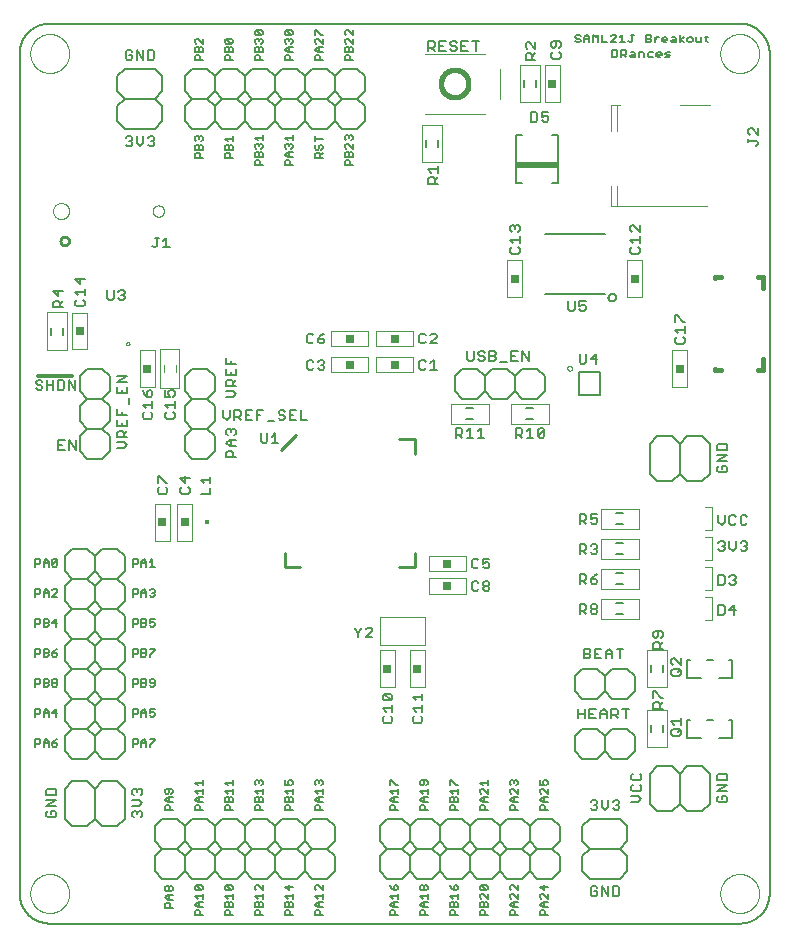
<source format=gto>
G75*
%MOIN*%
%OFA0B0*%
%FSLAX25Y25*%
%IPPOS*%
%LPD*%
%AMOC8*
5,1,8,0,0,1.08239X$1,22.5*
%
%ADD10C,0.00600*%
%ADD11C,0.00800*%
%ADD12C,0.00500*%
%ADD13C,0.00700*%
%ADD14C,0.01200*%
%ADD15R,0.02500X0.02500*%
%ADD16C,0.00276*%
%ADD17C,0.00394*%
%ADD18C,0.00315*%
%ADD19C,0.00000*%
%ADD20C,0.01000*%
%ADD21R,0.01575X0.01575*%
%ADD22C,0.01600*%
%ADD23C,0.00236*%
%ADD24R,0.14000X0.02000*%
%ADD25C,0.00669*%
D10*
X0037595Y0048933D02*
X0037595Y0328933D01*
X0037598Y0329175D01*
X0037607Y0329416D01*
X0037621Y0329657D01*
X0037642Y0329898D01*
X0037668Y0330138D01*
X0037700Y0330378D01*
X0037738Y0330617D01*
X0037781Y0330854D01*
X0037831Y0331091D01*
X0037886Y0331326D01*
X0037946Y0331560D01*
X0038013Y0331792D01*
X0038084Y0332023D01*
X0038162Y0332252D01*
X0038245Y0332479D01*
X0038333Y0332704D01*
X0038427Y0332927D01*
X0038526Y0333147D01*
X0038631Y0333365D01*
X0038740Y0333580D01*
X0038855Y0333793D01*
X0038975Y0334003D01*
X0039100Y0334209D01*
X0039230Y0334413D01*
X0039365Y0334614D01*
X0039505Y0334811D01*
X0039649Y0335005D01*
X0039798Y0335195D01*
X0039952Y0335381D01*
X0040110Y0335564D01*
X0040272Y0335743D01*
X0040439Y0335918D01*
X0040610Y0336089D01*
X0040785Y0336256D01*
X0040964Y0336418D01*
X0041147Y0336576D01*
X0041333Y0336730D01*
X0041523Y0336879D01*
X0041717Y0337023D01*
X0041914Y0337163D01*
X0042115Y0337298D01*
X0042319Y0337428D01*
X0042525Y0337553D01*
X0042735Y0337673D01*
X0042948Y0337788D01*
X0043163Y0337897D01*
X0043381Y0338002D01*
X0043601Y0338101D01*
X0043824Y0338195D01*
X0044049Y0338283D01*
X0044276Y0338366D01*
X0044505Y0338444D01*
X0044736Y0338515D01*
X0044968Y0338582D01*
X0045202Y0338642D01*
X0045437Y0338697D01*
X0045674Y0338747D01*
X0045911Y0338790D01*
X0046150Y0338828D01*
X0046390Y0338860D01*
X0046630Y0338886D01*
X0046871Y0338907D01*
X0047112Y0338921D01*
X0047353Y0338930D01*
X0047595Y0338933D01*
X0277595Y0338933D01*
X0277837Y0338930D01*
X0278078Y0338921D01*
X0278319Y0338907D01*
X0278560Y0338886D01*
X0278800Y0338860D01*
X0279040Y0338828D01*
X0279279Y0338790D01*
X0279516Y0338747D01*
X0279753Y0338697D01*
X0279988Y0338642D01*
X0280222Y0338582D01*
X0280454Y0338515D01*
X0280685Y0338444D01*
X0280914Y0338366D01*
X0281141Y0338283D01*
X0281366Y0338195D01*
X0281589Y0338101D01*
X0281809Y0338002D01*
X0282027Y0337897D01*
X0282242Y0337788D01*
X0282455Y0337673D01*
X0282665Y0337553D01*
X0282871Y0337428D01*
X0283075Y0337298D01*
X0283276Y0337163D01*
X0283473Y0337023D01*
X0283667Y0336879D01*
X0283857Y0336730D01*
X0284043Y0336576D01*
X0284226Y0336418D01*
X0284405Y0336256D01*
X0284580Y0336089D01*
X0284751Y0335918D01*
X0284918Y0335743D01*
X0285080Y0335564D01*
X0285238Y0335381D01*
X0285392Y0335195D01*
X0285541Y0335005D01*
X0285685Y0334811D01*
X0285825Y0334614D01*
X0285960Y0334413D01*
X0286090Y0334209D01*
X0286215Y0334003D01*
X0286335Y0333793D01*
X0286450Y0333580D01*
X0286559Y0333365D01*
X0286664Y0333147D01*
X0286763Y0332927D01*
X0286857Y0332704D01*
X0286945Y0332479D01*
X0287028Y0332252D01*
X0287106Y0332023D01*
X0287177Y0331792D01*
X0287244Y0331560D01*
X0287304Y0331326D01*
X0287359Y0331091D01*
X0287409Y0330854D01*
X0287452Y0330617D01*
X0287490Y0330378D01*
X0287522Y0330138D01*
X0287548Y0329898D01*
X0287569Y0329657D01*
X0287583Y0329416D01*
X0287592Y0329175D01*
X0287595Y0328933D01*
X0287595Y0048933D01*
X0287592Y0048691D01*
X0287583Y0048450D01*
X0287569Y0048209D01*
X0287548Y0047968D01*
X0287522Y0047728D01*
X0287490Y0047488D01*
X0287452Y0047249D01*
X0287409Y0047012D01*
X0287359Y0046775D01*
X0287304Y0046540D01*
X0287244Y0046306D01*
X0287177Y0046074D01*
X0287106Y0045843D01*
X0287028Y0045614D01*
X0286945Y0045387D01*
X0286857Y0045162D01*
X0286763Y0044939D01*
X0286664Y0044719D01*
X0286559Y0044501D01*
X0286450Y0044286D01*
X0286335Y0044073D01*
X0286215Y0043863D01*
X0286090Y0043657D01*
X0285960Y0043453D01*
X0285825Y0043252D01*
X0285685Y0043055D01*
X0285541Y0042861D01*
X0285392Y0042671D01*
X0285238Y0042485D01*
X0285080Y0042302D01*
X0284918Y0042123D01*
X0284751Y0041948D01*
X0284580Y0041777D01*
X0284405Y0041610D01*
X0284226Y0041448D01*
X0284043Y0041290D01*
X0283857Y0041136D01*
X0283667Y0040987D01*
X0283473Y0040843D01*
X0283276Y0040703D01*
X0283075Y0040568D01*
X0282871Y0040438D01*
X0282665Y0040313D01*
X0282455Y0040193D01*
X0282242Y0040078D01*
X0282027Y0039969D01*
X0281809Y0039864D01*
X0281589Y0039765D01*
X0281366Y0039671D01*
X0281141Y0039583D01*
X0280914Y0039500D01*
X0280685Y0039422D01*
X0280454Y0039351D01*
X0280222Y0039284D01*
X0279988Y0039224D01*
X0279753Y0039169D01*
X0279516Y0039119D01*
X0279279Y0039076D01*
X0279040Y0039038D01*
X0278800Y0039006D01*
X0278560Y0038980D01*
X0278319Y0038959D01*
X0278078Y0038945D01*
X0277837Y0038936D01*
X0277595Y0038933D01*
X0047595Y0038933D01*
X0047353Y0038936D01*
X0047112Y0038945D01*
X0046871Y0038959D01*
X0046630Y0038980D01*
X0046390Y0039006D01*
X0046150Y0039038D01*
X0045911Y0039076D01*
X0045674Y0039119D01*
X0045437Y0039169D01*
X0045202Y0039224D01*
X0044968Y0039284D01*
X0044736Y0039351D01*
X0044505Y0039422D01*
X0044276Y0039500D01*
X0044049Y0039583D01*
X0043824Y0039671D01*
X0043601Y0039765D01*
X0043381Y0039864D01*
X0043163Y0039969D01*
X0042948Y0040078D01*
X0042735Y0040193D01*
X0042525Y0040313D01*
X0042319Y0040438D01*
X0042115Y0040568D01*
X0041914Y0040703D01*
X0041717Y0040843D01*
X0041523Y0040987D01*
X0041333Y0041136D01*
X0041147Y0041290D01*
X0040964Y0041448D01*
X0040785Y0041610D01*
X0040610Y0041777D01*
X0040439Y0041948D01*
X0040272Y0042123D01*
X0040110Y0042302D01*
X0039952Y0042485D01*
X0039798Y0042671D01*
X0039649Y0042861D01*
X0039505Y0043055D01*
X0039365Y0043252D01*
X0039230Y0043453D01*
X0039100Y0043657D01*
X0038975Y0043863D01*
X0038855Y0044073D01*
X0038740Y0044286D01*
X0038631Y0044501D01*
X0038526Y0044719D01*
X0038427Y0044939D01*
X0038333Y0045162D01*
X0038245Y0045387D01*
X0038162Y0045614D01*
X0038084Y0045843D01*
X0038013Y0046074D01*
X0037946Y0046306D01*
X0037886Y0046540D01*
X0037831Y0046775D01*
X0037781Y0047012D01*
X0037738Y0047249D01*
X0037700Y0047488D01*
X0037668Y0047728D01*
X0037642Y0047968D01*
X0037621Y0048209D01*
X0037607Y0048450D01*
X0037598Y0048691D01*
X0037595Y0048933D01*
X0055095Y0071433D02*
X0060095Y0071433D01*
X0062595Y0073933D01*
X0065095Y0071433D01*
X0070095Y0071433D01*
X0072595Y0073933D01*
X0072595Y0083933D01*
X0070095Y0086433D01*
X0065095Y0086433D01*
X0062595Y0083933D01*
X0062595Y0073933D01*
X0055095Y0071433D02*
X0052595Y0073933D01*
X0052595Y0083933D01*
X0055095Y0086433D01*
X0060095Y0086433D01*
X0062595Y0083933D01*
X0060095Y0093933D02*
X0055095Y0093933D01*
X0052595Y0096433D01*
X0052595Y0101433D01*
X0055095Y0103933D01*
X0052595Y0106433D01*
X0052595Y0111433D01*
X0055095Y0113933D01*
X0052595Y0116433D01*
X0052595Y0121433D01*
X0055095Y0123933D01*
X0052595Y0126433D01*
X0052595Y0131433D01*
X0055095Y0133933D01*
X0052595Y0136433D01*
X0052595Y0141433D01*
X0055095Y0143933D01*
X0052595Y0146433D01*
X0052595Y0151433D01*
X0055095Y0153933D01*
X0052595Y0156433D01*
X0052595Y0161433D01*
X0055095Y0163933D01*
X0060095Y0163933D01*
X0062595Y0161433D01*
X0062595Y0156433D01*
X0065095Y0153933D01*
X0062595Y0151433D01*
X0062595Y0146433D01*
X0065095Y0143933D01*
X0062595Y0141433D01*
X0062595Y0136433D01*
X0065095Y0133933D01*
X0062595Y0131433D01*
X0062595Y0126433D01*
X0065095Y0123933D01*
X0062595Y0121433D01*
X0062595Y0116433D01*
X0065095Y0113933D01*
X0062595Y0111433D01*
X0062595Y0106433D01*
X0065095Y0103933D01*
X0062595Y0101433D01*
X0060095Y0103933D01*
X0055095Y0103933D01*
X0060095Y0103933D02*
X0062595Y0106433D01*
X0065095Y0103933D02*
X0070095Y0103933D01*
X0072595Y0101433D01*
X0072595Y0096433D01*
X0070095Y0093933D01*
X0065095Y0093933D01*
X0062595Y0096433D01*
X0062595Y0101433D01*
X0062595Y0096433D02*
X0060095Y0093933D01*
X0070095Y0103933D02*
X0072595Y0106433D01*
X0072595Y0111433D01*
X0070095Y0113933D01*
X0065095Y0113933D01*
X0062595Y0111433D02*
X0060095Y0113933D01*
X0055095Y0113933D01*
X0060095Y0113933D02*
X0062595Y0116433D01*
X0062595Y0121433D02*
X0060095Y0123933D01*
X0055095Y0123933D01*
X0060095Y0123933D02*
X0062595Y0126433D01*
X0065095Y0123933D02*
X0070095Y0123933D01*
X0072595Y0121433D01*
X0072595Y0116433D01*
X0070095Y0113933D01*
X0070095Y0123933D02*
X0072595Y0126433D01*
X0072595Y0131433D01*
X0070095Y0133933D01*
X0065095Y0133933D01*
X0062595Y0131433D02*
X0060095Y0133933D01*
X0055095Y0133933D01*
X0060095Y0133933D02*
X0062595Y0136433D01*
X0062595Y0141433D02*
X0060095Y0143933D01*
X0055095Y0143933D01*
X0060095Y0143933D02*
X0062595Y0146433D01*
X0065095Y0143933D02*
X0070095Y0143933D01*
X0072595Y0141433D01*
X0072595Y0136433D01*
X0070095Y0133933D01*
X0070095Y0143933D02*
X0072595Y0146433D01*
X0072595Y0151433D01*
X0070095Y0153933D01*
X0065095Y0153933D01*
X0062595Y0151433D02*
X0060095Y0153933D01*
X0055095Y0153933D01*
X0060095Y0153933D02*
X0062595Y0156433D01*
X0062595Y0161433D02*
X0065095Y0163933D01*
X0070095Y0163933D01*
X0072595Y0161433D01*
X0072595Y0156433D01*
X0070095Y0153933D01*
X0065095Y0193933D02*
X0060095Y0193933D01*
X0057595Y0196433D01*
X0057595Y0201433D01*
X0060095Y0203933D01*
X0057595Y0206433D01*
X0057595Y0211433D01*
X0060095Y0213933D01*
X0057595Y0216433D01*
X0057595Y0221433D01*
X0060095Y0223933D01*
X0065095Y0223933D01*
X0067595Y0221433D01*
X0067595Y0216433D01*
X0065095Y0213933D01*
X0067595Y0211433D01*
X0067595Y0206433D01*
X0065095Y0203933D01*
X0067595Y0201433D01*
X0067595Y0196433D01*
X0065095Y0193933D01*
X0065095Y0203933D02*
X0060095Y0203933D01*
X0060095Y0213933D02*
X0065095Y0213933D01*
X0092595Y0211433D02*
X0092595Y0206433D01*
X0095095Y0203933D01*
X0100095Y0203933D01*
X0102595Y0206433D01*
X0102595Y0211433D01*
X0100095Y0213933D01*
X0102595Y0216433D01*
X0102595Y0221433D01*
X0100095Y0223933D01*
X0095095Y0223933D01*
X0092595Y0221433D01*
X0092595Y0216433D01*
X0095095Y0213933D01*
X0100095Y0213933D01*
X0095095Y0213933D02*
X0092595Y0211433D01*
X0095095Y0203933D02*
X0092595Y0201433D01*
X0092595Y0196433D01*
X0095095Y0193933D01*
X0100095Y0193933D01*
X0102595Y0196433D01*
X0102595Y0201433D01*
X0100095Y0203933D01*
X0182595Y0216433D02*
X0182595Y0221433D01*
X0185095Y0223933D01*
X0190095Y0223933D01*
X0192595Y0221433D01*
X0195095Y0223933D01*
X0200095Y0223933D01*
X0202595Y0221433D01*
X0205095Y0223933D01*
X0210095Y0223933D01*
X0212595Y0221433D01*
X0212595Y0216433D01*
X0210095Y0213933D01*
X0205095Y0213933D01*
X0202595Y0216433D01*
X0200095Y0213933D01*
X0195095Y0213933D01*
X0192595Y0216433D01*
X0190095Y0213933D01*
X0185095Y0213933D01*
X0182595Y0216433D01*
X0192595Y0216433D02*
X0192595Y0221433D01*
X0202595Y0221433D02*
X0202595Y0216433D01*
X0247595Y0198933D02*
X0247595Y0188933D01*
X0250095Y0186433D01*
X0255095Y0186433D01*
X0257595Y0188933D01*
X0260095Y0186433D01*
X0265095Y0186433D01*
X0267595Y0188933D01*
X0267595Y0198933D01*
X0265095Y0201433D01*
X0260095Y0201433D01*
X0257595Y0198933D01*
X0257595Y0188933D01*
X0257595Y0198933D02*
X0255095Y0201433D01*
X0250095Y0201433D01*
X0247595Y0198933D01*
X0240095Y0123933D02*
X0235095Y0123933D01*
X0232595Y0121433D01*
X0232595Y0116433D01*
X0235095Y0113933D01*
X0240095Y0113933D01*
X0242595Y0116433D01*
X0242595Y0121433D01*
X0240095Y0123933D01*
X0232595Y0121433D02*
X0230095Y0123933D01*
X0225095Y0123933D01*
X0222595Y0121433D01*
X0222595Y0116433D01*
X0225095Y0113933D01*
X0230095Y0113933D01*
X0232595Y0116433D01*
X0230095Y0103933D02*
X0225095Y0103933D01*
X0222595Y0101433D01*
X0222595Y0096433D01*
X0225095Y0093933D01*
X0230095Y0093933D01*
X0232595Y0096433D01*
X0235095Y0093933D01*
X0240095Y0093933D01*
X0242595Y0096433D01*
X0242595Y0101433D01*
X0240095Y0103933D01*
X0235095Y0103933D01*
X0232595Y0101433D01*
X0232595Y0096433D01*
X0232595Y0101433D02*
X0230095Y0103933D01*
X0247595Y0088933D02*
X0250095Y0091433D01*
X0255095Y0091433D01*
X0257595Y0088933D01*
X0260095Y0091433D01*
X0265095Y0091433D01*
X0267595Y0088933D01*
X0267595Y0078933D01*
X0265095Y0076433D01*
X0260095Y0076433D01*
X0257595Y0078933D01*
X0255095Y0076433D01*
X0250095Y0076433D01*
X0247595Y0078933D01*
X0247595Y0088933D01*
X0257595Y0088933D02*
X0257595Y0078933D01*
X0240095Y0071433D02*
X0240095Y0066433D01*
X0237595Y0063933D01*
X0240095Y0061433D01*
X0240095Y0056433D01*
X0237595Y0053933D01*
X0227595Y0053933D01*
X0225095Y0056433D01*
X0225095Y0061433D01*
X0227595Y0063933D01*
X0225095Y0066433D01*
X0225095Y0071433D01*
X0227595Y0073933D01*
X0237595Y0073933D01*
X0240095Y0071433D01*
X0237595Y0063933D02*
X0227595Y0063933D01*
X0217595Y0061433D02*
X0217595Y0056433D01*
X0215095Y0053933D01*
X0210095Y0053933D01*
X0207595Y0056433D01*
X0205095Y0053933D01*
X0200095Y0053933D01*
X0197595Y0056433D01*
X0195095Y0053933D01*
X0190095Y0053933D01*
X0187595Y0056433D01*
X0185095Y0053933D01*
X0180095Y0053933D01*
X0177595Y0056433D01*
X0175095Y0053933D01*
X0170095Y0053933D01*
X0167595Y0056433D01*
X0165095Y0053933D01*
X0160095Y0053933D01*
X0157595Y0056433D01*
X0157595Y0061433D01*
X0160095Y0063933D01*
X0165095Y0063933D01*
X0167595Y0066433D01*
X0170095Y0063933D01*
X0175095Y0063933D01*
X0177595Y0066433D01*
X0180095Y0063933D01*
X0185095Y0063933D01*
X0187595Y0066433D01*
X0190095Y0063933D01*
X0195095Y0063933D01*
X0197595Y0066433D01*
X0200095Y0063933D01*
X0205095Y0063933D01*
X0207595Y0066433D01*
X0210095Y0063933D01*
X0215095Y0063933D01*
X0217595Y0066433D01*
X0217595Y0071433D01*
X0215095Y0073933D01*
X0210095Y0073933D01*
X0207595Y0071433D01*
X0207595Y0066433D01*
X0205095Y0063933D02*
X0207595Y0061433D01*
X0210095Y0063933D01*
X0207595Y0061433D02*
X0207595Y0056433D01*
X0215095Y0063933D02*
X0217595Y0061433D01*
X0207595Y0071433D02*
X0205095Y0073933D01*
X0200095Y0073933D01*
X0197595Y0071433D01*
X0197595Y0066433D01*
X0195095Y0063933D02*
X0197595Y0061433D01*
X0200095Y0063933D01*
X0197595Y0061433D02*
X0197595Y0056433D01*
X0190095Y0063933D02*
X0187595Y0061433D01*
X0187595Y0056433D01*
X0187595Y0061433D02*
X0185095Y0063933D01*
X0187595Y0066433D02*
X0187595Y0071433D01*
X0190095Y0073933D01*
X0195095Y0073933D01*
X0197595Y0071433D01*
X0187595Y0071433D02*
X0185095Y0073933D01*
X0180095Y0073933D01*
X0177595Y0071433D01*
X0177595Y0066433D01*
X0175095Y0063933D02*
X0177595Y0061433D01*
X0180095Y0063933D01*
X0177595Y0061433D02*
X0177595Y0056433D01*
X0167595Y0056433D02*
X0167595Y0061433D01*
X0170095Y0063933D01*
X0167595Y0061433D02*
X0165095Y0063933D01*
X0167595Y0066433D02*
X0167595Y0071433D01*
X0170095Y0073933D01*
X0175095Y0073933D01*
X0177595Y0071433D01*
X0167595Y0071433D02*
X0165095Y0073933D01*
X0160095Y0073933D01*
X0157595Y0071433D01*
X0157595Y0066433D01*
X0160095Y0063933D01*
X0142595Y0061433D02*
X0142595Y0056433D01*
X0140095Y0053933D01*
X0135095Y0053933D01*
X0132595Y0056433D01*
X0130095Y0053933D01*
X0125095Y0053933D01*
X0122595Y0056433D01*
X0120095Y0053933D01*
X0115095Y0053933D01*
X0112595Y0056433D01*
X0110095Y0053933D01*
X0105095Y0053933D01*
X0102595Y0056433D01*
X0100095Y0053933D01*
X0095095Y0053933D01*
X0092595Y0056433D01*
X0090095Y0053933D01*
X0085095Y0053933D01*
X0082595Y0056433D01*
X0082595Y0061433D01*
X0085095Y0063933D01*
X0090095Y0063933D01*
X0092595Y0066433D01*
X0095095Y0063933D01*
X0100095Y0063933D01*
X0102595Y0066433D01*
X0105095Y0063933D01*
X0110095Y0063933D01*
X0112595Y0066433D01*
X0115095Y0063933D01*
X0120095Y0063933D01*
X0122595Y0066433D01*
X0125095Y0063933D01*
X0130095Y0063933D01*
X0132595Y0066433D01*
X0135095Y0063933D01*
X0140095Y0063933D01*
X0142595Y0066433D01*
X0142595Y0071433D01*
X0140095Y0073933D01*
X0135095Y0073933D01*
X0132595Y0071433D01*
X0132595Y0066433D01*
X0130095Y0063933D02*
X0132595Y0061433D01*
X0135095Y0063933D01*
X0132595Y0061433D02*
X0132595Y0056433D01*
X0140095Y0063933D02*
X0142595Y0061433D01*
X0132595Y0071433D02*
X0130095Y0073933D01*
X0125095Y0073933D01*
X0122595Y0071433D01*
X0122595Y0066433D01*
X0120095Y0063933D02*
X0122595Y0061433D01*
X0125095Y0063933D01*
X0122595Y0061433D02*
X0122595Y0056433D01*
X0115095Y0063933D02*
X0112595Y0061433D01*
X0112595Y0056433D01*
X0112595Y0061433D02*
X0110095Y0063933D01*
X0112595Y0066433D02*
X0112595Y0071433D01*
X0115095Y0073933D01*
X0120095Y0073933D01*
X0122595Y0071433D01*
X0112595Y0071433D02*
X0110095Y0073933D01*
X0105095Y0073933D01*
X0102595Y0071433D01*
X0102595Y0066433D01*
X0100095Y0063933D02*
X0102595Y0061433D01*
X0105095Y0063933D01*
X0102595Y0061433D02*
X0102595Y0056433D01*
X0095095Y0063933D02*
X0092595Y0061433D01*
X0092595Y0056433D01*
X0092595Y0061433D02*
X0090095Y0063933D01*
X0092595Y0066433D02*
X0092595Y0071433D01*
X0095095Y0073933D01*
X0100095Y0073933D01*
X0102595Y0071433D01*
X0092595Y0071433D02*
X0090095Y0073933D01*
X0085095Y0073933D01*
X0082595Y0071433D01*
X0082595Y0066433D01*
X0085095Y0063933D01*
X0082595Y0303933D02*
X0072595Y0303933D01*
X0070095Y0306433D01*
X0070095Y0311433D01*
X0072595Y0313933D01*
X0070095Y0316433D01*
X0070095Y0321433D01*
X0072595Y0323933D01*
X0082595Y0323933D01*
X0085095Y0321433D01*
X0085095Y0316433D01*
X0082595Y0313933D01*
X0085095Y0311433D01*
X0085095Y0306433D01*
X0082595Y0303933D01*
X0082595Y0313933D02*
X0072595Y0313933D01*
X0092595Y0311433D02*
X0092595Y0306433D01*
X0095095Y0303933D01*
X0100095Y0303933D01*
X0102595Y0306433D01*
X0102595Y0311433D01*
X0100095Y0313933D01*
X0095095Y0313933D01*
X0092595Y0311433D01*
X0095095Y0313933D02*
X0092595Y0316433D01*
X0092595Y0321433D01*
X0095095Y0323933D01*
X0100095Y0323933D01*
X0102595Y0321433D01*
X0105095Y0323933D01*
X0110095Y0323933D01*
X0112595Y0321433D01*
X0115095Y0323933D01*
X0120095Y0323933D01*
X0122595Y0321433D01*
X0125095Y0323933D01*
X0130095Y0323933D01*
X0132595Y0321433D01*
X0135095Y0323933D01*
X0140095Y0323933D01*
X0142595Y0321433D01*
X0145095Y0323933D01*
X0150095Y0323933D01*
X0152595Y0321433D01*
X0152595Y0316433D01*
X0150095Y0313933D01*
X0145095Y0313933D01*
X0142595Y0311433D01*
X0140095Y0313933D01*
X0135095Y0313933D01*
X0132595Y0311433D01*
X0130095Y0313933D01*
X0125095Y0313933D01*
X0122595Y0311433D01*
X0120095Y0313933D01*
X0115095Y0313933D01*
X0112595Y0311433D01*
X0110095Y0313933D01*
X0105095Y0313933D01*
X0102595Y0311433D01*
X0100095Y0313933D02*
X0102595Y0316433D01*
X0102595Y0321433D01*
X0102595Y0316433D02*
X0105095Y0313933D01*
X0110095Y0313933D02*
X0112595Y0316433D01*
X0112595Y0321433D01*
X0112595Y0316433D02*
X0115095Y0313933D01*
X0112595Y0311433D02*
X0112595Y0306433D01*
X0110095Y0303933D01*
X0105095Y0303933D01*
X0102595Y0306433D01*
X0112595Y0306433D02*
X0115095Y0303933D01*
X0120095Y0303933D01*
X0122595Y0306433D01*
X0122595Y0311433D01*
X0120095Y0313933D02*
X0122595Y0316433D01*
X0122595Y0321433D01*
X0122595Y0316433D02*
X0125095Y0313933D01*
X0130095Y0313933D02*
X0132595Y0316433D01*
X0132595Y0321433D01*
X0132595Y0316433D02*
X0135095Y0313933D01*
X0132595Y0311433D02*
X0132595Y0306433D01*
X0130095Y0303933D01*
X0125095Y0303933D01*
X0122595Y0306433D01*
X0132595Y0306433D02*
X0135095Y0303933D01*
X0140095Y0303933D01*
X0142595Y0306433D01*
X0142595Y0311433D01*
X0140095Y0313933D02*
X0142595Y0316433D01*
X0142595Y0321433D01*
X0142595Y0316433D02*
X0145095Y0313933D01*
X0150095Y0313933D02*
X0152595Y0311433D01*
X0152595Y0306433D01*
X0150095Y0303933D01*
X0145095Y0303933D01*
X0142595Y0306433D01*
X0222805Y0333067D02*
X0223239Y0332633D01*
X0224106Y0332633D01*
X0224540Y0333067D01*
X0224540Y0333500D01*
X0224106Y0333934D01*
X0223239Y0333934D01*
X0222805Y0334368D01*
X0222805Y0334802D01*
X0223239Y0335235D01*
X0224106Y0335235D01*
X0224540Y0334802D01*
X0225752Y0334368D02*
X0226619Y0335235D01*
X0227486Y0334368D01*
X0227486Y0332633D01*
X0228698Y0332633D02*
X0228698Y0335235D01*
X0229566Y0334368D01*
X0230433Y0335235D01*
X0230433Y0332633D01*
X0231645Y0332633D02*
X0233380Y0332633D01*
X0234591Y0332633D02*
X0236326Y0334368D01*
X0236326Y0334802D01*
X0235892Y0335235D01*
X0235025Y0335235D01*
X0234591Y0334802D01*
X0234591Y0332633D02*
X0236326Y0332633D01*
X0237538Y0332633D02*
X0239273Y0332633D01*
X0238405Y0332633D02*
X0238405Y0335235D01*
X0237538Y0334368D01*
X0240484Y0333067D02*
X0240918Y0332633D01*
X0241352Y0332633D01*
X0241785Y0333067D01*
X0241785Y0335235D01*
X0241352Y0335235D02*
X0242219Y0335235D01*
X0246377Y0335235D02*
X0246377Y0332633D01*
X0247678Y0332633D01*
X0248112Y0333067D01*
X0248112Y0333500D01*
X0247678Y0333934D01*
X0246377Y0333934D01*
X0246377Y0335235D02*
X0247678Y0335235D01*
X0248112Y0334802D01*
X0248112Y0334368D01*
X0247678Y0333934D01*
X0249324Y0333500D02*
X0250191Y0334368D01*
X0250625Y0334368D01*
X0251779Y0333934D02*
X0252213Y0334368D01*
X0253080Y0334368D01*
X0253514Y0333934D01*
X0253514Y0333500D01*
X0251779Y0333500D01*
X0251779Y0333067D02*
X0251779Y0333934D01*
X0251779Y0333067D02*
X0252213Y0332633D01*
X0253080Y0332633D01*
X0254726Y0333067D02*
X0255159Y0333500D01*
X0256461Y0333500D01*
X0256461Y0333934D02*
X0256461Y0332633D01*
X0255159Y0332633D01*
X0254726Y0333067D01*
X0255159Y0334368D02*
X0256027Y0334368D01*
X0256461Y0333934D01*
X0257672Y0333500D02*
X0258973Y0332633D01*
X0260128Y0333067D02*
X0260561Y0332633D01*
X0261429Y0332633D01*
X0261863Y0333067D01*
X0261863Y0333934D01*
X0261429Y0334368D01*
X0260561Y0334368D01*
X0260128Y0333934D01*
X0260128Y0333067D01*
X0258973Y0334368D02*
X0257672Y0333500D01*
X0257672Y0332633D02*
X0257672Y0335235D01*
X0263074Y0334368D02*
X0263074Y0333067D01*
X0263508Y0332633D01*
X0264809Y0332633D01*
X0264809Y0334368D01*
X0266021Y0334368D02*
X0266888Y0334368D01*
X0266454Y0334802D02*
X0266454Y0333067D01*
X0266888Y0332633D01*
X0254496Y0329368D02*
X0253195Y0329368D01*
X0252761Y0328934D01*
X0253195Y0328500D01*
X0254063Y0328500D01*
X0254496Y0328067D01*
X0254063Y0327633D01*
X0252761Y0327633D01*
X0251550Y0328500D02*
X0249815Y0328500D01*
X0249815Y0328067D02*
X0249815Y0328934D01*
X0250249Y0329368D01*
X0251116Y0329368D01*
X0251550Y0328934D01*
X0251550Y0328500D01*
X0251116Y0327633D02*
X0250249Y0327633D01*
X0249815Y0328067D01*
X0248603Y0327633D02*
X0247302Y0327633D01*
X0246868Y0328067D01*
X0246868Y0328934D01*
X0247302Y0329368D01*
X0248603Y0329368D01*
X0245657Y0328934D02*
X0245657Y0327633D01*
X0245657Y0328934D02*
X0245223Y0329368D01*
X0243922Y0329368D01*
X0243922Y0327633D01*
X0242710Y0327633D02*
X0241409Y0327633D01*
X0240975Y0328067D01*
X0241409Y0328500D01*
X0242710Y0328500D01*
X0242710Y0328934D02*
X0242710Y0327633D01*
X0242710Y0328934D02*
X0242276Y0329368D01*
X0241409Y0329368D01*
X0239764Y0329802D02*
X0239764Y0328934D01*
X0239330Y0328500D01*
X0238029Y0328500D01*
X0238029Y0327633D02*
X0238029Y0330235D01*
X0239330Y0330235D01*
X0239764Y0329802D01*
X0238896Y0328500D02*
X0239764Y0327633D01*
X0236817Y0328067D02*
X0236817Y0329802D01*
X0236383Y0330235D01*
X0235082Y0330235D01*
X0235082Y0327633D01*
X0236383Y0327633D01*
X0236817Y0328067D01*
X0231645Y0332633D02*
X0231645Y0335235D01*
X0227486Y0333934D02*
X0225752Y0333934D01*
X0225752Y0334368D02*
X0225752Y0332633D01*
X0249324Y0332633D02*
X0249324Y0334368D01*
D11*
X0280492Y0303501D02*
X0280492Y0302434D01*
X0281026Y0301900D01*
X0280492Y0300352D02*
X0280492Y0299284D01*
X0280492Y0299818D02*
X0283161Y0299818D01*
X0283695Y0299284D01*
X0283695Y0298751D01*
X0283161Y0298217D01*
X0283695Y0301900D02*
X0281560Y0304035D01*
X0281026Y0304035D01*
X0280492Y0303501D01*
X0283695Y0304035D02*
X0283695Y0301900D01*
X0244242Y0271679D02*
X0244242Y0269544D01*
X0242107Y0271679D01*
X0241573Y0271679D01*
X0241040Y0271145D01*
X0241040Y0270078D01*
X0241573Y0269544D01*
X0241040Y0266928D02*
X0244242Y0266928D01*
X0244242Y0265861D02*
X0244242Y0267996D01*
X0242107Y0265861D02*
X0241040Y0266928D01*
X0241573Y0264313D02*
X0241040Y0263779D01*
X0241040Y0262711D01*
X0241573Y0262178D01*
X0243709Y0262178D01*
X0244242Y0262711D01*
X0244242Y0263779D01*
X0243709Y0264313D01*
X0226313Y0246286D02*
X0224178Y0246286D01*
X0224178Y0244684D01*
X0225246Y0245218D01*
X0225780Y0245218D01*
X0226313Y0244684D01*
X0226313Y0243617D01*
X0225780Y0243083D01*
X0224712Y0243083D01*
X0224178Y0243617D01*
X0222630Y0243617D02*
X0222630Y0246286D01*
X0220495Y0246286D02*
X0220495Y0243617D01*
X0221029Y0243083D01*
X0222097Y0243083D01*
X0222630Y0243617D01*
X0224245Y0228786D02*
X0224245Y0226117D01*
X0224779Y0225583D01*
X0225847Y0225583D01*
X0226380Y0226117D01*
X0226380Y0228786D01*
X0227928Y0227184D02*
X0230063Y0227184D01*
X0229530Y0225583D02*
X0229530Y0228786D01*
X0227928Y0227184D01*
X0211973Y0204042D02*
X0212506Y0203508D01*
X0210371Y0201373D01*
X0210905Y0200839D01*
X0211973Y0200839D01*
X0212506Y0201373D01*
X0212506Y0203508D01*
X0211973Y0204042D02*
X0210905Y0204042D01*
X0210371Y0203508D01*
X0210371Y0201373D01*
X0208823Y0200839D02*
X0206688Y0200839D01*
X0207756Y0200839D02*
X0207756Y0204042D01*
X0206688Y0202974D01*
X0205140Y0203508D02*
X0205140Y0202440D01*
X0204606Y0201907D01*
X0203005Y0201907D01*
X0204073Y0201907D02*
X0205140Y0200839D01*
X0203005Y0200839D02*
X0203005Y0204042D01*
X0204606Y0204042D01*
X0205140Y0203508D01*
X0192506Y0200839D02*
X0190371Y0200839D01*
X0191439Y0200839D02*
X0191439Y0204042D01*
X0190371Y0202974D01*
X0188823Y0200839D02*
X0186688Y0200839D01*
X0187756Y0200839D02*
X0187756Y0204042D01*
X0186688Y0202974D01*
X0185140Y0203508D02*
X0185140Y0202440D01*
X0184606Y0201907D01*
X0183005Y0201907D01*
X0184073Y0201907D02*
X0185140Y0200839D01*
X0183005Y0200839D02*
X0183005Y0204042D01*
X0184606Y0204042D01*
X0185140Y0203508D01*
X0176658Y0223536D02*
X0174523Y0223536D01*
X0175590Y0223536D02*
X0175590Y0226739D01*
X0174523Y0225671D01*
X0172975Y0226205D02*
X0172441Y0226739D01*
X0171373Y0226739D01*
X0170840Y0226205D01*
X0170840Y0224070D01*
X0171373Y0223536D01*
X0172441Y0223536D01*
X0172975Y0224070D01*
X0172441Y0232286D02*
X0172975Y0232820D01*
X0172441Y0232286D02*
X0171373Y0232286D01*
X0170840Y0232820D01*
X0170840Y0234955D01*
X0171373Y0235489D01*
X0172441Y0235489D01*
X0172975Y0234955D01*
X0174523Y0234955D02*
X0175057Y0235489D01*
X0176124Y0235489D01*
X0176658Y0234955D01*
X0176658Y0234421D01*
X0174523Y0232286D01*
X0176658Y0232286D01*
X0186745Y0229736D02*
X0186745Y0227067D01*
X0187279Y0226533D01*
X0188347Y0226533D01*
X0188880Y0227067D01*
X0188880Y0229736D01*
X0190428Y0229202D02*
X0190428Y0228668D01*
X0190962Y0228134D01*
X0192030Y0228134D01*
X0192563Y0227601D01*
X0192563Y0227067D01*
X0192030Y0226533D01*
X0190962Y0226533D01*
X0190428Y0227067D01*
X0190428Y0229202D02*
X0190962Y0229736D01*
X0192030Y0229736D01*
X0192563Y0229202D01*
X0194111Y0229736D02*
X0195713Y0229736D01*
X0196247Y0229202D01*
X0196247Y0228668D01*
X0195713Y0228134D01*
X0194111Y0228134D01*
X0194111Y0226533D02*
X0194111Y0229736D01*
X0195713Y0228134D02*
X0196247Y0227601D01*
X0196247Y0227067D01*
X0195713Y0226533D01*
X0194111Y0226533D01*
X0197795Y0225999D02*
X0199930Y0225999D01*
X0201478Y0226533D02*
X0201478Y0229736D01*
X0203613Y0229736D01*
X0205161Y0229736D02*
X0207296Y0226533D01*
X0207296Y0229736D01*
X0205161Y0229736D02*
X0205161Y0226533D01*
X0203613Y0226533D02*
X0201478Y0226533D01*
X0201478Y0228134D02*
X0202545Y0228134D01*
X0201573Y0262178D02*
X0203709Y0262178D01*
X0204242Y0262711D01*
X0204242Y0263779D01*
X0203709Y0264313D01*
X0204242Y0265861D02*
X0204242Y0267996D01*
X0204242Y0266928D02*
X0201040Y0266928D01*
X0202107Y0265861D01*
X0201573Y0264313D02*
X0201040Y0263779D01*
X0201040Y0262711D01*
X0201573Y0262178D01*
X0201573Y0269544D02*
X0201040Y0270078D01*
X0201040Y0271145D01*
X0201573Y0271679D01*
X0202107Y0271679D01*
X0202641Y0271145D01*
X0203175Y0271679D01*
X0203709Y0271679D01*
X0204242Y0271145D01*
X0204242Y0270078D01*
X0203709Y0269544D01*
X0202641Y0270611D02*
X0202641Y0271145D01*
X0176939Y0285593D02*
X0173737Y0285593D01*
X0173737Y0287194D01*
X0174270Y0287728D01*
X0175338Y0287728D01*
X0175872Y0287194D01*
X0175872Y0285593D01*
X0175872Y0286660D02*
X0176939Y0287728D01*
X0176939Y0289276D02*
X0176939Y0291411D01*
X0176939Y0290344D02*
X0173737Y0290344D01*
X0174804Y0289276D01*
X0207995Y0306083D02*
X0209597Y0306083D01*
X0210130Y0306617D01*
X0210130Y0308752D01*
X0209597Y0309286D01*
X0207995Y0309286D01*
X0207995Y0306083D01*
X0211678Y0306617D02*
X0212212Y0306083D01*
X0213280Y0306083D01*
X0213813Y0306617D01*
X0213813Y0307684D01*
X0213280Y0308218D01*
X0212746Y0308218D01*
X0211678Y0307684D01*
X0211678Y0309286D01*
X0213813Y0309286D01*
X0215323Y0327178D02*
X0214790Y0327711D01*
X0214790Y0328779D01*
X0215323Y0329313D01*
X0215323Y0330861D02*
X0215857Y0330861D01*
X0216391Y0331394D01*
X0216391Y0332996D01*
X0215323Y0332996D02*
X0214790Y0332462D01*
X0214790Y0331394D01*
X0215323Y0330861D01*
X0215323Y0332996D02*
X0217459Y0332996D01*
X0217992Y0332462D01*
X0217992Y0331394D01*
X0217459Y0330861D01*
X0217459Y0329313D02*
X0217992Y0328779D01*
X0217992Y0327711D01*
X0217459Y0327178D01*
X0215323Y0327178D01*
X0209439Y0326843D02*
X0206237Y0326843D01*
X0206237Y0328444D01*
X0206770Y0328978D01*
X0207838Y0328978D01*
X0208372Y0328444D01*
X0208372Y0326843D01*
X0208372Y0327910D02*
X0209439Y0328978D01*
X0209439Y0330526D02*
X0207304Y0332661D01*
X0206770Y0332661D01*
X0206237Y0332127D01*
X0206237Y0331060D01*
X0206770Y0330526D01*
X0209439Y0330526D02*
X0209439Y0332661D01*
X0190655Y0333036D02*
X0188520Y0333036D01*
X0189587Y0333036D02*
X0189587Y0329833D01*
X0186972Y0329833D02*
X0184837Y0329833D01*
X0184837Y0333036D01*
X0186972Y0333036D01*
X0185904Y0331434D02*
X0184837Y0331434D01*
X0183289Y0330901D02*
X0183289Y0330367D01*
X0182755Y0329833D01*
X0181687Y0329833D01*
X0181154Y0330367D01*
X0181687Y0331434D02*
X0182755Y0331434D01*
X0183289Y0330901D01*
X0183289Y0332502D02*
X0182755Y0333036D01*
X0181687Y0333036D01*
X0181154Y0332502D01*
X0181154Y0331968D01*
X0181687Y0331434D01*
X0179606Y0329833D02*
X0177470Y0329833D01*
X0177470Y0333036D01*
X0179606Y0333036D01*
X0178538Y0331434D02*
X0177470Y0331434D01*
X0175922Y0331434D02*
X0175389Y0330901D01*
X0173787Y0330901D01*
X0174855Y0330901D02*
X0175922Y0329833D01*
X0175922Y0331434D02*
X0175922Y0332502D01*
X0175389Y0333036D01*
X0173787Y0333036D01*
X0173787Y0329833D01*
X0139158Y0235489D02*
X0138090Y0234955D01*
X0137023Y0233887D01*
X0138624Y0233887D01*
X0139158Y0233353D01*
X0139158Y0232820D01*
X0138624Y0232286D01*
X0137557Y0232286D01*
X0137023Y0232820D01*
X0137023Y0233887D01*
X0135475Y0232820D02*
X0134941Y0232286D01*
X0133873Y0232286D01*
X0133340Y0232820D01*
X0133340Y0234955D01*
X0133873Y0235489D01*
X0134941Y0235489D01*
X0135475Y0234955D01*
X0134941Y0226739D02*
X0133873Y0226739D01*
X0133340Y0226205D01*
X0133340Y0224070D01*
X0133873Y0223536D01*
X0134941Y0223536D01*
X0135475Y0224070D01*
X0137023Y0224070D02*
X0137557Y0223536D01*
X0138624Y0223536D01*
X0139158Y0224070D01*
X0139158Y0224603D01*
X0138624Y0225137D01*
X0138090Y0225137D01*
X0138624Y0225137D02*
X0139158Y0225671D01*
X0139158Y0226205D01*
X0138624Y0226739D01*
X0137557Y0226739D01*
X0137023Y0226205D01*
X0135475Y0226205D02*
X0134941Y0226739D01*
X0131277Y0210036D02*
X0131277Y0206833D01*
X0133412Y0206833D01*
X0129729Y0206833D02*
X0127594Y0206833D01*
X0127594Y0210036D01*
X0129729Y0210036D01*
X0128662Y0208434D02*
X0127594Y0208434D01*
X0126046Y0207901D02*
X0126046Y0207367D01*
X0125512Y0206833D01*
X0124445Y0206833D01*
X0123911Y0207367D01*
X0124445Y0208434D02*
X0125512Y0208434D01*
X0126046Y0207901D01*
X0126046Y0209502D02*
X0125512Y0210036D01*
X0124445Y0210036D01*
X0123911Y0209502D01*
X0123911Y0208968D01*
X0124445Y0208434D01*
X0122363Y0206299D02*
X0120228Y0206299D01*
X0117612Y0208434D02*
X0116545Y0208434D01*
X0116545Y0206833D02*
X0116545Y0210036D01*
X0118680Y0210036D01*
X0114997Y0210036D02*
X0112861Y0210036D01*
X0112861Y0206833D01*
X0114997Y0206833D01*
X0113929Y0208434D02*
X0112861Y0208434D01*
X0111313Y0208434D02*
X0110780Y0207901D01*
X0109178Y0207901D01*
X0110246Y0207901D02*
X0111313Y0206833D01*
X0111313Y0208434D02*
X0111313Y0209502D01*
X0110780Y0210036D01*
X0109178Y0210036D01*
X0109178Y0206833D01*
X0107630Y0207901D02*
X0107630Y0210036D01*
X0105495Y0210036D02*
X0105495Y0207901D01*
X0106563Y0206833D01*
X0107630Y0207901D01*
X0107560Y0203835D02*
X0108094Y0203301D01*
X0108628Y0203835D01*
X0109161Y0203835D01*
X0109695Y0203301D01*
X0109695Y0202233D01*
X0109161Y0201699D01*
X0108094Y0202767D02*
X0108094Y0203301D01*
X0107560Y0203835D02*
X0107026Y0203835D01*
X0106492Y0203301D01*
X0106492Y0202233D01*
X0107026Y0201699D01*
X0107560Y0200151D02*
X0109695Y0200151D01*
X0108094Y0200151D02*
X0108094Y0198016D01*
X0107560Y0198016D02*
X0109695Y0198016D01*
X0107560Y0198016D02*
X0106492Y0199084D01*
X0107560Y0200151D01*
X0107026Y0196468D02*
X0108094Y0196468D01*
X0108628Y0195934D01*
X0108628Y0194333D01*
X0109695Y0194333D02*
X0106492Y0194333D01*
X0106492Y0195934D01*
X0107026Y0196468D01*
X0101083Y0187927D02*
X0101083Y0185792D01*
X0101083Y0186859D02*
X0097880Y0186859D01*
X0098948Y0185792D01*
X0101083Y0184244D02*
X0101083Y0182109D01*
X0097880Y0182109D01*
X0094242Y0182711D02*
X0094242Y0183779D01*
X0093709Y0184313D01*
X0094242Y0182711D02*
X0093709Y0182178D01*
X0091573Y0182178D01*
X0091040Y0182711D01*
X0091040Y0183779D01*
X0091573Y0184313D01*
X0092641Y0185861D02*
X0092641Y0187996D01*
X0091040Y0187462D02*
X0092641Y0185861D01*
X0094242Y0187462D02*
X0091040Y0187462D01*
X0086742Y0185861D02*
X0086209Y0185861D01*
X0084073Y0187996D01*
X0083540Y0187996D01*
X0083540Y0185861D01*
X0084073Y0184313D02*
X0083540Y0183779D01*
X0083540Y0182711D01*
X0084073Y0182178D01*
X0086209Y0182178D01*
X0086742Y0182711D01*
X0086742Y0183779D01*
X0086209Y0184313D01*
X0072328Y0197301D02*
X0073395Y0198369D01*
X0072328Y0199436D01*
X0070192Y0199436D01*
X0070192Y0200984D02*
X0070192Y0202586D01*
X0070726Y0203119D01*
X0071794Y0203119D01*
X0072328Y0202586D01*
X0072328Y0200984D01*
X0073395Y0200984D02*
X0070192Y0200984D01*
X0072328Y0202052D02*
X0073395Y0203119D01*
X0073395Y0204667D02*
X0070192Y0204667D01*
X0070192Y0206802D01*
X0070192Y0208350D02*
X0070192Y0210486D01*
X0071794Y0209418D02*
X0071794Y0208350D01*
X0073395Y0208350D02*
X0070192Y0208350D01*
X0071794Y0205735D02*
X0071794Y0204667D01*
X0073395Y0204667D02*
X0073395Y0206802D01*
X0073929Y0212034D02*
X0073929Y0214169D01*
X0073395Y0215717D02*
X0073395Y0217852D01*
X0073395Y0219400D02*
X0070192Y0219400D01*
X0073395Y0221535D01*
X0070192Y0221535D01*
X0070192Y0217852D02*
X0070192Y0215717D01*
X0073395Y0215717D01*
X0071794Y0215717D02*
X0071794Y0216784D01*
X0078540Y0216679D02*
X0079073Y0215611D01*
X0080141Y0214544D01*
X0080141Y0216145D01*
X0080675Y0216679D01*
X0081209Y0216679D01*
X0081742Y0216145D01*
X0081742Y0215078D01*
X0081209Y0214544D01*
X0080141Y0214544D01*
X0081742Y0212996D02*
X0081742Y0210861D01*
X0081742Y0211928D02*
X0078540Y0211928D01*
X0079607Y0210861D01*
X0079073Y0209313D02*
X0078540Y0208779D01*
X0078540Y0207711D01*
X0079073Y0207178D01*
X0081209Y0207178D01*
X0081742Y0207711D01*
X0081742Y0208779D01*
X0081209Y0209313D01*
X0086040Y0208779D02*
X0086040Y0207711D01*
X0086573Y0207178D01*
X0088709Y0207178D01*
X0089242Y0207711D01*
X0089242Y0208779D01*
X0088709Y0209313D01*
X0089242Y0210861D02*
X0089242Y0212996D01*
X0089242Y0211928D02*
X0086040Y0211928D01*
X0087107Y0210861D01*
X0086573Y0209313D02*
X0086040Y0208779D01*
X0086040Y0214544D02*
X0087641Y0214544D01*
X0087107Y0215611D01*
X0087107Y0216145D01*
X0087641Y0216679D01*
X0088709Y0216679D01*
X0089242Y0216145D01*
X0089242Y0215078D01*
X0088709Y0214544D01*
X0086040Y0214544D02*
X0086040Y0216679D01*
X0072328Y0197301D02*
X0070192Y0197301D01*
X0056313Y0196833D02*
X0056313Y0200036D01*
X0054178Y0200036D02*
X0056313Y0196833D01*
X0054178Y0196833D02*
X0054178Y0200036D01*
X0052630Y0200036D02*
X0050495Y0200036D01*
X0050495Y0196833D01*
X0052630Y0196833D01*
X0051563Y0198434D02*
X0050495Y0198434D01*
X0050361Y0216833D02*
X0051963Y0216833D01*
X0052497Y0217367D01*
X0052497Y0219502D01*
X0051963Y0220036D01*
X0050361Y0220036D01*
X0050361Y0216833D01*
X0048813Y0216833D02*
X0048813Y0220036D01*
X0048813Y0218434D02*
X0046678Y0218434D01*
X0046678Y0216833D02*
X0046678Y0220036D01*
X0045130Y0219502D02*
X0044597Y0220036D01*
X0043529Y0220036D01*
X0042995Y0219502D01*
X0042995Y0218968D01*
X0043529Y0218434D01*
X0044597Y0218434D01*
X0045130Y0217901D01*
X0045130Y0217367D01*
X0044597Y0216833D01*
X0043529Y0216833D01*
X0042995Y0217367D01*
X0054045Y0216833D02*
X0054045Y0220036D01*
X0056180Y0216833D01*
X0056180Y0220036D01*
X0056573Y0244678D02*
X0058709Y0244678D01*
X0059242Y0245211D01*
X0059242Y0246279D01*
X0058709Y0246813D01*
X0059242Y0248361D02*
X0059242Y0250496D01*
X0059242Y0249428D02*
X0056040Y0249428D01*
X0057107Y0248361D01*
X0056573Y0246813D02*
X0056040Y0246279D01*
X0056040Y0245211D01*
X0056573Y0244678D01*
X0051939Y0244343D02*
X0048737Y0244343D01*
X0048737Y0245944D01*
X0049270Y0246478D01*
X0050338Y0246478D01*
X0050872Y0245944D01*
X0050872Y0244343D01*
X0050872Y0245410D02*
X0051939Y0246478D01*
X0050338Y0248026D02*
X0050338Y0250161D01*
X0051939Y0249627D02*
X0048737Y0249627D01*
X0050338Y0248026D01*
X0056040Y0253645D02*
X0057641Y0252044D01*
X0057641Y0254179D01*
X0059242Y0253645D02*
X0056040Y0253645D01*
X0066745Y0250036D02*
X0066745Y0247367D01*
X0067279Y0246833D01*
X0068347Y0246833D01*
X0068880Y0247367D01*
X0068880Y0250036D01*
X0070428Y0249502D02*
X0070962Y0250036D01*
X0072030Y0250036D01*
X0072563Y0249502D01*
X0072563Y0248968D01*
X0072030Y0248434D01*
X0072563Y0247901D01*
X0072563Y0247367D01*
X0072030Y0246833D01*
X0070962Y0246833D01*
X0070428Y0247367D01*
X0071496Y0248434D02*
X0072030Y0248434D01*
X0082279Y0264333D02*
X0082813Y0264333D01*
X0083347Y0264867D01*
X0083347Y0267536D01*
X0083880Y0267536D02*
X0082813Y0267536D01*
X0085428Y0266468D02*
X0086496Y0267536D01*
X0086496Y0264333D01*
X0087563Y0264333D02*
X0085428Y0264333D01*
X0082279Y0264333D02*
X0081745Y0264867D01*
X0106492Y0227518D02*
X0106492Y0225383D01*
X0109695Y0225383D01*
X0109695Y0223835D02*
X0109695Y0221699D01*
X0106492Y0221699D01*
X0106492Y0223835D01*
X0108094Y0222767D02*
X0108094Y0221699D01*
X0108094Y0220151D02*
X0107026Y0220151D01*
X0106492Y0219618D01*
X0106492Y0218016D01*
X0109695Y0218016D01*
X0108628Y0218016D02*
X0108628Y0219618D01*
X0108094Y0220151D01*
X0108628Y0219084D02*
X0109695Y0220151D01*
X0108628Y0216468D02*
X0106492Y0216468D01*
X0106492Y0214333D02*
X0108628Y0214333D01*
X0109695Y0215401D01*
X0108628Y0216468D01*
X0108094Y0225383D02*
X0108094Y0226450D01*
X0117995Y0202286D02*
X0117995Y0199617D01*
X0118529Y0199083D01*
X0119597Y0199083D01*
X0120130Y0199617D01*
X0120130Y0202286D01*
X0121678Y0201218D02*
X0122746Y0202286D01*
X0122746Y0199083D01*
X0123813Y0199083D02*
X0121678Y0199083D01*
X0149245Y0137536D02*
X0149245Y0137002D01*
X0150313Y0135934D01*
X0150313Y0134333D01*
X0150313Y0135934D02*
X0151380Y0137002D01*
X0151380Y0137536D01*
X0152928Y0137002D02*
X0153462Y0137536D01*
X0154530Y0137536D01*
X0155063Y0137002D01*
X0155063Y0136468D01*
X0152928Y0134333D01*
X0155063Y0134333D01*
X0159073Y0115429D02*
X0161209Y0113294D01*
X0161742Y0113828D01*
X0161742Y0114895D01*
X0161209Y0115429D01*
X0159073Y0115429D01*
X0158540Y0114895D01*
X0158540Y0113828D01*
X0159073Y0113294D01*
X0161209Y0113294D01*
X0161742Y0111746D02*
X0161742Y0109611D01*
X0161742Y0110678D02*
X0158540Y0110678D01*
X0159607Y0109611D01*
X0159073Y0108063D02*
X0158540Y0107529D01*
X0158540Y0106461D01*
X0159073Y0105928D01*
X0161209Y0105928D01*
X0161742Y0106461D01*
X0161742Y0107529D01*
X0161209Y0108063D01*
X0168540Y0107529D02*
X0168540Y0106461D01*
X0169073Y0105928D01*
X0171209Y0105928D01*
X0171742Y0106461D01*
X0171742Y0107529D01*
X0171209Y0108063D01*
X0171742Y0109611D02*
X0171742Y0111746D01*
X0171742Y0110678D02*
X0168540Y0110678D01*
X0169607Y0109611D01*
X0169073Y0108063D02*
X0168540Y0107529D01*
X0169607Y0113294D02*
X0168540Y0114361D01*
X0171742Y0114361D01*
X0171742Y0113294D02*
X0171742Y0115429D01*
X0188873Y0149786D02*
X0188340Y0150320D01*
X0188340Y0152455D01*
X0188873Y0152989D01*
X0189941Y0152989D01*
X0190475Y0152455D01*
X0192023Y0152455D02*
X0192023Y0151921D01*
X0192557Y0151387D01*
X0193624Y0151387D01*
X0194158Y0150853D01*
X0194158Y0150320D01*
X0193624Y0149786D01*
X0192557Y0149786D01*
X0192023Y0150320D01*
X0192023Y0150853D01*
X0192557Y0151387D01*
X0193624Y0151387D02*
X0194158Y0151921D01*
X0194158Y0152455D01*
X0193624Y0152989D01*
X0192557Y0152989D01*
X0192023Y0152455D01*
X0190475Y0150320D02*
X0189941Y0149786D01*
X0188873Y0149786D01*
X0188873Y0157286D02*
X0189941Y0157286D01*
X0190475Y0157820D01*
X0192023Y0157820D02*
X0192557Y0157286D01*
X0193624Y0157286D01*
X0194158Y0157820D01*
X0194158Y0158887D01*
X0193624Y0159421D01*
X0193090Y0159421D01*
X0192023Y0158887D01*
X0192023Y0160489D01*
X0194158Y0160489D01*
X0190475Y0159955D02*
X0189941Y0160489D01*
X0188873Y0160489D01*
X0188340Y0159955D01*
X0188340Y0157820D01*
X0188873Y0157286D01*
X0224255Y0155292D02*
X0224255Y0152089D01*
X0224255Y0153157D02*
X0225856Y0153157D01*
X0226390Y0153690D01*
X0226390Y0154758D01*
X0225856Y0155292D01*
X0224255Y0155292D01*
X0225323Y0153157D02*
X0226390Y0152089D01*
X0227938Y0152623D02*
X0228472Y0152089D01*
X0229539Y0152089D01*
X0230073Y0152623D01*
X0230073Y0153157D01*
X0229539Y0153690D01*
X0227938Y0153690D01*
X0227938Y0152623D01*
X0227938Y0153690D02*
X0229006Y0154758D01*
X0230073Y0155292D01*
X0229539Y0162089D02*
X0228472Y0162089D01*
X0227938Y0162623D01*
X0229006Y0163690D02*
X0229539Y0163690D01*
X0230073Y0163157D01*
X0230073Y0162623D01*
X0229539Y0162089D01*
X0229539Y0163690D02*
X0230073Y0164224D01*
X0230073Y0164758D01*
X0229539Y0165292D01*
X0228472Y0165292D01*
X0227938Y0164758D01*
X0226390Y0164758D02*
X0226390Y0163690D01*
X0225856Y0163157D01*
X0224255Y0163157D01*
X0225323Y0163157D02*
X0226390Y0162089D01*
X0224255Y0162089D02*
X0224255Y0165292D01*
X0225856Y0165292D01*
X0226390Y0164758D01*
X0226390Y0172089D02*
X0225323Y0173157D01*
X0225856Y0173157D02*
X0224255Y0173157D01*
X0224255Y0172089D02*
X0224255Y0175292D01*
X0225856Y0175292D01*
X0226390Y0174758D01*
X0226390Y0173690D01*
X0225856Y0173157D01*
X0227938Y0173690D02*
X0227938Y0175292D01*
X0230073Y0175292D01*
X0229539Y0174224D02*
X0230073Y0173690D01*
X0230073Y0172623D01*
X0229539Y0172089D01*
X0228472Y0172089D01*
X0227938Y0172623D01*
X0227938Y0173690D02*
X0229006Y0174224D01*
X0229539Y0174224D01*
X0229539Y0145292D02*
X0230073Y0144758D01*
X0230073Y0144224D01*
X0229539Y0143690D01*
X0228472Y0143690D01*
X0227938Y0144224D01*
X0227938Y0144758D01*
X0228472Y0145292D01*
X0229539Y0145292D01*
X0229539Y0143690D02*
X0230073Y0143157D01*
X0230073Y0142623D01*
X0229539Y0142089D01*
X0228472Y0142089D01*
X0227938Y0142623D01*
X0227938Y0143157D01*
X0228472Y0143690D01*
X0226390Y0143690D02*
X0225856Y0143157D01*
X0224255Y0143157D01*
X0225323Y0143157D02*
X0226390Y0142089D01*
X0226390Y0143690D02*
X0226390Y0144758D01*
X0225856Y0145292D01*
X0224255Y0145292D01*
X0224255Y0142089D01*
X0225629Y0130536D02*
X0227230Y0130536D01*
X0227764Y0130002D01*
X0227764Y0129468D01*
X0227230Y0128934D01*
X0225629Y0128934D01*
X0225629Y0127333D02*
X0227230Y0127333D01*
X0227764Y0127867D01*
X0227764Y0128401D01*
X0227230Y0128934D01*
X0229312Y0128934D02*
X0230380Y0128934D01*
X0231447Y0127333D02*
X0229312Y0127333D01*
X0229312Y0130536D01*
X0231447Y0130536D01*
X0232995Y0129468D02*
X0234063Y0130536D01*
X0235130Y0129468D01*
X0235130Y0127333D01*
X0235130Y0128934D02*
X0232995Y0128934D01*
X0232995Y0129468D02*
X0232995Y0127333D01*
X0237746Y0127333D02*
X0237746Y0130536D01*
X0238813Y0130536D02*
X0236678Y0130536D01*
X0225629Y0130536D02*
X0225629Y0127333D01*
X0225922Y0110536D02*
X0225922Y0107333D01*
X0227470Y0107333D02*
X0227470Y0110536D01*
X0229606Y0110536D01*
X0231154Y0109468D02*
X0231154Y0107333D01*
X0229606Y0107333D02*
X0227470Y0107333D01*
X0227470Y0108934D02*
X0228538Y0108934D01*
X0231154Y0108934D02*
X0233289Y0108934D01*
X0233289Y0109468D02*
X0233289Y0107333D01*
X0234837Y0107333D02*
X0234837Y0110536D01*
X0236438Y0110536D01*
X0236972Y0110002D01*
X0236972Y0108934D01*
X0236438Y0108401D01*
X0234837Y0108401D01*
X0235904Y0108401D02*
X0236972Y0107333D01*
X0239587Y0107333D02*
X0239587Y0110536D01*
X0238520Y0110536D02*
X0240655Y0110536D01*
X0233289Y0109468D02*
X0232221Y0110536D01*
X0231154Y0109468D01*
X0225922Y0108934D02*
X0223787Y0108934D01*
X0223787Y0107333D02*
X0223787Y0110536D01*
X0248737Y0110593D02*
X0248737Y0112194D01*
X0249270Y0112728D01*
X0250338Y0112728D01*
X0250872Y0112194D01*
X0250872Y0110593D01*
X0251939Y0110593D02*
X0248737Y0110593D01*
X0250872Y0111660D02*
X0251939Y0112728D01*
X0251939Y0114276D02*
X0251405Y0114276D01*
X0249270Y0116411D01*
X0248737Y0116411D01*
X0248737Y0114276D01*
X0255276Y0121583D02*
X0254742Y0122117D01*
X0254742Y0123184D01*
X0255276Y0123718D01*
X0257411Y0123718D01*
X0257945Y0123184D01*
X0257945Y0122117D01*
X0257411Y0121583D01*
X0255276Y0121583D01*
X0256878Y0122651D02*
X0257945Y0123718D01*
X0257945Y0125266D02*
X0255810Y0127401D01*
X0255276Y0127401D01*
X0254742Y0126868D01*
X0254742Y0125800D01*
X0255276Y0125266D01*
X0257945Y0125266D02*
X0257945Y0127401D01*
X0251939Y0130593D02*
X0248737Y0130593D01*
X0248737Y0132194D01*
X0249270Y0132728D01*
X0250338Y0132728D01*
X0250872Y0132194D01*
X0250872Y0130593D01*
X0250872Y0131660D02*
X0251939Y0132728D01*
X0251405Y0134276D02*
X0251939Y0134810D01*
X0251939Y0135877D01*
X0251405Y0136411D01*
X0249270Y0136411D01*
X0248737Y0135877D01*
X0248737Y0134810D01*
X0249270Y0134276D01*
X0249804Y0134276D01*
X0250338Y0134810D01*
X0250338Y0136411D01*
X0270495Y0141833D02*
X0272097Y0141833D01*
X0272630Y0142367D01*
X0272630Y0144502D01*
X0272097Y0145036D01*
X0270495Y0145036D01*
X0270495Y0141833D01*
X0274178Y0143434D02*
X0276313Y0143434D01*
X0275780Y0141833D02*
X0275780Y0145036D01*
X0274178Y0143434D01*
X0274712Y0151833D02*
X0274178Y0152367D01*
X0274712Y0151833D02*
X0275780Y0151833D01*
X0276313Y0152367D01*
X0276313Y0152901D01*
X0275780Y0153434D01*
X0275246Y0153434D01*
X0275780Y0153434D02*
X0276313Y0153968D01*
X0276313Y0154502D01*
X0275780Y0155036D01*
X0274712Y0155036D01*
X0274178Y0154502D01*
X0272630Y0154502D02*
X0272097Y0155036D01*
X0270495Y0155036D01*
X0270495Y0151833D01*
X0272097Y0151833D01*
X0272630Y0152367D01*
X0272630Y0154502D01*
X0272097Y0163083D02*
X0271029Y0163083D01*
X0270495Y0163617D01*
X0271563Y0164684D02*
X0272097Y0164684D01*
X0272630Y0164151D01*
X0272630Y0163617D01*
X0272097Y0163083D01*
X0272097Y0164684D02*
X0272630Y0165218D01*
X0272630Y0165752D01*
X0272097Y0166286D01*
X0271029Y0166286D01*
X0270495Y0165752D01*
X0274178Y0166286D02*
X0274178Y0164151D01*
X0275246Y0163083D01*
X0276313Y0164151D01*
X0276313Y0166286D01*
X0277861Y0165752D02*
X0278395Y0166286D01*
X0279463Y0166286D01*
X0279997Y0165752D01*
X0279997Y0165218D01*
X0279463Y0164684D01*
X0279997Y0164151D01*
X0279997Y0163617D01*
X0279463Y0163083D01*
X0278395Y0163083D01*
X0277861Y0163617D01*
X0278929Y0164684D02*
X0279463Y0164684D01*
X0279463Y0171833D02*
X0279997Y0172367D01*
X0279463Y0171833D02*
X0278395Y0171833D01*
X0277861Y0172367D01*
X0277861Y0174502D01*
X0278395Y0175036D01*
X0279463Y0175036D01*
X0279997Y0174502D01*
X0276313Y0174502D02*
X0275780Y0175036D01*
X0274712Y0175036D01*
X0274178Y0174502D01*
X0274178Y0172367D01*
X0274712Y0171833D01*
X0275780Y0171833D01*
X0276313Y0172367D01*
X0272630Y0172901D02*
X0272630Y0175036D01*
X0270495Y0175036D02*
X0270495Y0172901D01*
X0271563Y0171833D01*
X0272630Y0172901D01*
X0258709Y0232178D02*
X0256573Y0232178D01*
X0256040Y0232711D01*
X0256040Y0233779D01*
X0256573Y0234313D01*
X0257107Y0235861D02*
X0256040Y0236928D01*
X0259242Y0236928D01*
X0259242Y0235861D02*
X0259242Y0237996D01*
X0259242Y0239544D02*
X0258709Y0239544D01*
X0256573Y0241679D01*
X0256040Y0241679D01*
X0256040Y0239544D01*
X0258709Y0234313D02*
X0259242Y0233779D01*
X0259242Y0232711D01*
X0258709Y0232178D01*
X0257945Y0107401D02*
X0257945Y0105266D01*
X0257945Y0106334D02*
X0254742Y0106334D01*
X0255810Y0105266D01*
X0255276Y0103718D02*
X0257411Y0103718D01*
X0257945Y0103184D01*
X0257945Y0102117D01*
X0257411Y0101583D01*
X0255276Y0101583D01*
X0254742Y0102117D01*
X0254742Y0103184D01*
X0255276Y0103718D01*
X0256878Y0102651D02*
X0257945Y0103718D01*
D12*
X0260095Y0100933D02*
X0260095Y0106933D01*
X0261095Y0106933D01*
X0266595Y0106933D02*
X0268595Y0106933D01*
X0274095Y0106933D02*
X0275095Y0106933D01*
X0275095Y0100933D01*
X0270595Y0100933D01*
X0264595Y0100933D02*
X0260095Y0100933D01*
X0252064Y0102752D02*
X0252064Y0105114D01*
X0248127Y0105114D02*
X0248127Y0102752D01*
X0260095Y0120933D02*
X0260095Y0126933D01*
X0261095Y0126933D01*
X0266595Y0126933D02*
X0268595Y0126933D01*
X0274095Y0126933D02*
X0275095Y0126933D01*
X0275095Y0120933D01*
X0270595Y0120933D01*
X0264595Y0120933D02*
X0260095Y0120933D01*
X0252064Y0122752D02*
X0252064Y0125114D01*
X0248127Y0125114D02*
X0248127Y0122752D01*
X0238776Y0141965D02*
X0236414Y0141965D01*
X0236414Y0145902D02*
X0238776Y0145902D01*
X0238776Y0151965D02*
X0236414Y0151965D01*
X0236414Y0155902D02*
X0238776Y0155902D01*
X0238776Y0161965D02*
X0236414Y0161965D01*
X0236414Y0165902D02*
X0238776Y0165902D01*
X0238776Y0171965D02*
X0236414Y0171965D01*
X0236414Y0175902D02*
X0238776Y0175902D01*
X0208776Y0206965D02*
X0206414Y0206965D01*
X0206414Y0210902D02*
X0208776Y0210902D01*
X0188776Y0210902D02*
X0186414Y0210902D01*
X0186414Y0206965D02*
X0188776Y0206965D01*
X0212595Y0248933D02*
X0232595Y0248933D01*
X0233845Y0247683D02*
X0233847Y0247753D01*
X0233853Y0247823D01*
X0233863Y0247892D01*
X0233876Y0247961D01*
X0233894Y0248029D01*
X0233915Y0248096D01*
X0233940Y0248161D01*
X0233969Y0248225D01*
X0234001Y0248288D01*
X0234037Y0248348D01*
X0234076Y0248406D01*
X0234118Y0248462D01*
X0234163Y0248516D01*
X0234211Y0248567D01*
X0234262Y0248615D01*
X0234316Y0248660D01*
X0234372Y0248702D01*
X0234430Y0248741D01*
X0234490Y0248777D01*
X0234553Y0248809D01*
X0234617Y0248838D01*
X0234682Y0248863D01*
X0234749Y0248884D01*
X0234817Y0248902D01*
X0234886Y0248915D01*
X0234955Y0248925D01*
X0235025Y0248931D01*
X0235095Y0248933D01*
X0235165Y0248931D01*
X0235235Y0248925D01*
X0235304Y0248915D01*
X0235373Y0248902D01*
X0235441Y0248884D01*
X0235508Y0248863D01*
X0235573Y0248838D01*
X0235637Y0248809D01*
X0235700Y0248777D01*
X0235760Y0248741D01*
X0235818Y0248702D01*
X0235874Y0248660D01*
X0235928Y0248615D01*
X0235979Y0248567D01*
X0236027Y0248516D01*
X0236072Y0248462D01*
X0236114Y0248406D01*
X0236153Y0248348D01*
X0236189Y0248288D01*
X0236221Y0248225D01*
X0236250Y0248161D01*
X0236275Y0248096D01*
X0236296Y0248029D01*
X0236314Y0247961D01*
X0236327Y0247892D01*
X0236337Y0247823D01*
X0236343Y0247753D01*
X0236345Y0247683D01*
X0236343Y0247613D01*
X0236337Y0247543D01*
X0236327Y0247474D01*
X0236314Y0247405D01*
X0236296Y0247337D01*
X0236275Y0247270D01*
X0236250Y0247205D01*
X0236221Y0247141D01*
X0236189Y0247078D01*
X0236153Y0247018D01*
X0236114Y0246960D01*
X0236072Y0246904D01*
X0236027Y0246850D01*
X0235979Y0246799D01*
X0235928Y0246751D01*
X0235874Y0246706D01*
X0235818Y0246664D01*
X0235760Y0246625D01*
X0235700Y0246589D01*
X0235637Y0246557D01*
X0235573Y0246528D01*
X0235508Y0246503D01*
X0235441Y0246482D01*
X0235373Y0246464D01*
X0235304Y0246451D01*
X0235235Y0246441D01*
X0235165Y0246435D01*
X0235095Y0246433D01*
X0235025Y0246435D01*
X0234955Y0246441D01*
X0234886Y0246451D01*
X0234817Y0246464D01*
X0234749Y0246482D01*
X0234682Y0246503D01*
X0234617Y0246528D01*
X0234553Y0246557D01*
X0234490Y0246589D01*
X0234430Y0246625D01*
X0234372Y0246664D01*
X0234316Y0246706D01*
X0234262Y0246751D01*
X0234211Y0246799D01*
X0234163Y0246850D01*
X0234118Y0246904D01*
X0234076Y0246960D01*
X0234037Y0247018D01*
X0234001Y0247078D01*
X0233969Y0247141D01*
X0233940Y0247205D01*
X0233915Y0247270D01*
X0233894Y0247337D01*
X0233876Y0247405D01*
X0233863Y0247474D01*
X0233853Y0247543D01*
X0233847Y0247613D01*
X0233845Y0247683D01*
X0232595Y0268933D02*
X0212595Y0268933D01*
X0215095Y0285933D02*
X0217095Y0285933D01*
X0217095Y0301933D01*
X0215095Y0301933D01*
X0205095Y0301933D02*
X0203095Y0301933D01*
X0203095Y0285933D01*
X0205095Y0285933D01*
X0177064Y0297752D02*
X0177064Y0300114D01*
X0173127Y0300114D02*
X0173127Y0297752D01*
X0148595Y0297208D02*
X0146927Y0298876D01*
X0146510Y0298876D01*
X0146093Y0298459D01*
X0146093Y0297625D01*
X0146510Y0297208D01*
X0146510Y0296114D02*
X0146927Y0296114D01*
X0147344Y0295696D01*
X0147344Y0294445D01*
X0147344Y0293351D02*
X0147761Y0292934D01*
X0147761Y0291683D01*
X0148595Y0291683D02*
X0146093Y0291683D01*
X0146093Y0292934D01*
X0146510Y0293351D01*
X0147344Y0293351D01*
X0146093Y0294445D02*
X0146093Y0295696D01*
X0146510Y0296114D01*
X0147344Y0295696D02*
X0147761Y0296114D01*
X0148178Y0296114D01*
X0148595Y0295696D01*
X0148595Y0294445D01*
X0146093Y0294445D01*
X0148595Y0297208D02*
X0148595Y0298876D01*
X0148178Y0299970D02*
X0148595Y0300387D01*
X0148595Y0301221D01*
X0148178Y0301638D01*
X0147761Y0301638D01*
X0147344Y0301221D01*
X0147344Y0300804D01*
X0147344Y0301221D02*
X0146927Y0301638D01*
X0146510Y0301638D01*
X0146093Y0301221D01*
X0146093Y0300387D01*
X0146510Y0299970D01*
X0138595Y0300542D02*
X0136093Y0300542D01*
X0136093Y0299708D02*
X0136093Y0301376D01*
X0136510Y0298614D02*
X0136093Y0298196D01*
X0136093Y0297362D01*
X0136510Y0296945D01*
X0136927Y0296945D01*
X0137344Y0297362D01*
X0137344Y0298196D01*
X0137761Y0298614D01*
X0138178Y0298614D01*
X0138595Y0298196D01*
X0138595Y0297362D01*
X0138178Y0296945D01*
X0138595Y0295851D02*
X0137761Y0295017D01*
X0137761Y0295434D02*
X0137761Y0294183D01*
X0138595Y0294183D02*
X0136093Y0294183D01*
X0136093Y0295434D01*
X0136510Y0295851D01*
X0137344Y0295851D01*
X0137761Y0295434D01*
X0128595Y0296114D02*
X0126927Y0296114D01*
X0126093Y0295279D01*
X0126927Y0294445D01*
X0128595Y0294445D01*
X0127344Y0294445D02*
X0127344Y0296114D01*
X0126510Y0297208D02*
X0126093Y0297625D01*
X0126093Y0298459D01*
X0126510Y0298876D01*
X0126927Y0298876D01*
X0127344Y0298459D01*
X0127761Y0298876D01*
X0128178Y0298876D01*
X0128595Y0298459D01*
X0128595Y0297625D01*
X0128178Y0297208D01*
X0127344Y0298042D02*
X0127344Y0298459D01*
X0126927Y0299970D02*
X0126093Y0300804D01*
X0128595Y0300804D01*
X0128595Y0299970D02*
X0128595Y0301638D01*
X0127344Y0293351D02*
X0127761Y0292934D01*
X0127761Y0291683D01*
X0128595Y0291683D02*
X0126093Y0291683D01*
X0126093Y0292934D01*
X0126510Y0293351D01*
X0127344Y0293351D01*
X0118595Y0294445D02*
X0118595Y0295696D01*
X0118178Y0296114D01*
X0117761Y0296114D01*
X0117344Y0295696D01*
X0117344Y0294445D01*
X0117344Y0293351D02*
X0116510Y0293351D01*
X0116093Y0292934D01*
X0116093Y0291683D01*
X0118595Y0291683D01*
X0117761Y0291683D02*
X0117761Y0292934D01*
X0117344Y0293351D01*
X0116093Y0294445D02*
X0116093Y0295696D01*
X0116510Y0296114D01*
X0116927Y0296114D01*
X0117344Y0295696D01*
X0116510Y0297208D02*
X0116093Y0297625D01*
X0116093Y0298459D01*
X0116510Y0298876D01*
X0116927Y0298876D01*
X0117344Y0298459D01*
X0117761Y0298876D01*
X0118178Y0298876D01*
X0118595Y0298459D01*
X0118595Y0297625D01*
X0118178Y0297208D01*
X0117344Y0298042D02*
X0117344Y0298459D01*
X0116927Y0299970D02*
X0116093Y0300804D01*
X0118595Y0300804D01*
X0118595Y0299970D02*
X0118595Y0301638D01*
X0118595Y0294445D02*
X0116093Y0294445D01*
X0108595Y0294183D02*
X0106093Y0294183D01*
X0106093Y0295434D01*
X0106510Y0295851D01*
X0107344Y0295851D01*
X0107761Y0295434D01*
X0107761Y0294183D01*
X0107344Y0296945D02*
X0107344Y0298196D01*
X0107761Y0298614D01*
X0108178Y0298614D01*
X0108595Y0298196D01*
X0108595Y0296945D01*
X0106093Y0296945D01*
X0106093Y0298196D01*
X0106510Y0298614D01*
X0106927Y0298614D01*
X0107344Y0298196D01*
X0106927Y0299708D02*
X0106093Y0300542D01*
X0108595Y0300542D01*
X0108595Y0299708D02*
X0108595Y0301376D01*
X0098595Y0300959D02*
X0098595Y0300125D01*
X0098178Y0299708D01*
X0098178Y0298614D02*
X0098595Y0298196D01*
X0098595Y0296945D01*
X0096093Y0296945D01*
X0096093Y0298196D01*
X0096510Y0298614D01*
X0096927Y0298614D01*
X0097344Y0298196D01*
X0097344Y0296945D01*
X0097344Y0295851D02*
X0097761Y0295434D01*
X0097761Y0294183D01*
X0098595Y0294183D02*
X0096093Y0294183D01*
X0096093Y0295434D01*
X0096510Y0295851D01*
X0097344Y0295851D01*
X0097344Y0298196D02*
X0097761Y0298614D01*
X0098178Y0298614D01*
X0096510Y0299708D02*
X0096093Y0300125D01*
X0096093Y0300959D01*
X0096510Y0301376D01*
X0096927Y0301376D01*
X0097344Y0300959D01*
X0097761Y0301376D01*
X0098178Y0301376D01*
X0098595Y0300959D01*
X0097344Y0300959D02*
X0097344Y0300542D01*
X0097761Y0326683D02*
X0097761Y0327934D01*
X0097344Y0328351D01*
X0096510Y0328351D01*
X0096093Y0327934D01*
X0096093Y0326683D01*
X0098595Y0326683D01*
X0098595Y0329445D02*
X0098595Y0330696D01*
X0098178Y0331114D01*
X0097761Y0331114D01*
X0097344Y0330696D01*
X0097344Y0329445D01*
X0096093Y0329445D02*
X0096093Y0330696D01*
X0096510Y0331114D01*
X0096927Y0331114D01*
X0097344Y0330696D01*
X0096510Y0332208D02*
X0096093Y0332625D01*
X0096093Y0333459D01*
X0096510Y0333876D01*
X0096927Y0333876D01*
X0098595Y0332208D01*
X0098595Y0333876D01*
X0098595Y0329445D02*
X0096093Y0329445D01*
X0106093Y0329445D02*
X0106093Y0330696D01*
X0106510Y0331114D01*
X0106927Y0331114D01*
X0107344Y0330696D01*
X0107344Y0329445D01*
X0107344Y0328351D02*
X0107761Y0327934D01*
X0107761Y0326683D01*
X0108595Y0326683D02*
X0106093Y0326683D01*
X0106093Y0327934D01*
X0106510Y0328351D01*
X0107344Y0328351D01*
X0108595Y0329445D02*
X0106093Y0329445D01*
X0107344Y0330696D02*
X0107761Y0331114D01*
X0108178Y0331114D01*
X0108595Y0330696D01*
X0108595Y0329445D01*
X0108178Y0332208D02*
X0106510Y0333876D01*
X0108178Y0333876D01*
X0108595Y0333459D01*
X0108595Y0332625D01*
X0108178Y0332208D01*
X0106510Y0332208D01*
X0106093Y0332625D01*
X0106093Y0333459D01*
X0106510Y0333876D01*
X0116093Y0333459D02*
X0116093Y0332625D01*
X0116510Y0332208D01*
X0116510Y0331114D02*
X0116927Y0331114D01*
X0117344Y0330696D01*
X0117344Y0329445D01*
X0117344Y0328351D02*
X0116510Y0328351D01*
X0116093Y0327934D01*
X0116093Y0326683D01*
X0118595Y0326683D01*
X0117761Y0326683D02*
X0117761Y0327934D01*
X0117344Y0328351D01*
X0116093Y0329445D02*
X0116093Y0330696D01*
X0116510Y0331114D01*
X0117344Y0330696D02*
X0117761Y0331114D01*
X0118178Y0331114D01*
X0118595Y0330696D01*
X0118595Y0329445D01*
X0116093Y0329445D01*
X0118178Y0332208D02*
X0118595Y0332625D01*
X0118595Y0333459D01*
X0118178Y0333876D01*
X0117761Y0333876D01*
X0117344Y0333459D01*
X0117344Y0333042D01*
X0117344Y0333459D02*
X0116927Y0333876D01*
X0116510Y0333876D01*
X0116093Y0333459D01*
X0116510Y0334970D02*
X0116093Y0335387D01*
X0116093Y0336221D01*
X0116510Y0336638D01*
X0118178Y0334970D01*
X0118595Y0335387D01*
X0118595Y0336221D01*
X0118178Y0336638D01*
X0116510Y0336638D01*
X0116510Y0334970D02*
X0118178Y0334970D01*
X0126093Y0335387D02*
X0126093Y0336221D01*
X0126510Y0336638D01*
X0128178Y0334970D01*
X0128595Y0335387D01*
X0128595Y0336221D01*
X0128178Y0336638D01*
X0126510Y0336638D01*
X0126093Y0335387D02*
X0126510Y0334970D01*
X0128178Y0334970D01*
X0128178Y0333876D02*
X0128595Y0333459D01*
X0128595Y0332625D01*
X0128178Y0332208D01*
X0128595Y0331114D02*
X0126927Y0331114D01*
X0126093Y0330279D01*
X0126927Y0329445D01*
X0128595Y0329445D01*
X0127344Y0329445D02*
X0127344Y0331114D01*
X0126510Y0332208D02*
X0126093Y0332625D01*
X0126093Y0333459D01*
X0126510Y0333876D01*
X0126927Y0333876D01*
X0127344Y0333459D01*
X0127761Y0333876D01*
X0128178Y0333876D01*
X0127344Y0333459D02*
X0127344Y0333042D01*
X0127344Y0328351D02*
X0127761Y0327934D01*
X0127761Y0326683D01*
X0128595Y0326683D02*
X0126093Y0326683D01*
X0126093Y0327934D01*
X0126510Y0328351D01*
X0127344Y0328351D01*
X0136093Y0327934D02*
X0136510Y0328351D01*
X0137344Y0328351D01*
X0137761Y0327934D01*
X0137761Y0326683D01*
X0138595Y0326683D02*
X0136093Y0326683D01*
X0136093Y0327934D01*
X0136927Y0329445D02*
X0136093Y0330279D01*
X0136927Y0331114D01*
X0138595Y0331114D01*
X0138595Y0332208D02*
X0136927Y0333876D01*
X0136510Y0333876D01*
X0136093Y0333459D01*
X0136093Y0332625D01*
X0136510Y0332208D01*
X0137344Y0331114D02*
X0137344Y0329445D01*
X0136927Y0329445D02*
X0138595Y0329445D01*
X0138595Y0332208D02*
X0138595Y0333876D01*
X0138595Y0334970D02*
X0138178Y0334970D01*
X0136510Y0336638D01*
X0136093Y0336638D01*
X0136093Y0334970D01*
X0146093Y0335387D02*
X0146510Y0334970D01*
X0146093Y0335387D02*
X0146093Y0336221D01*
X0146510Y0336638D01*
X0146927Y0336638D01*
X0148595Y0334970D01*
X0148595Y0336638D01*
X0148595Y0333876D02*
X0148595Y0332208D01*
X0146927Y0333876D01*
X0146510Y0333876D01*
X0146093Y0333459D01*
X0146093Y0332625D01*
X0146510Y0332208D01*
X0146510Y0331114D02*
X0146927Y0331114D01*
X0147344Y0330696D01*
X0147344Y0329445D01*
X0147344Y0328351D02*
X0147761Y0327934D01*
X0147761Y0326683D01*
X0148595Y0326683D02*
X0146093Y0326683D01*
X0146093Y0327934D01*
X0146510Y0328351D01*
X0147344Y0328351D01*
X0146093Y0329445D02*
X0146093Y0330696D01*
X0146510Y0331114D01*
X0147344Y0330696D02*
X0147761Y0331114D01*
X0148178Y0331114D01*
X0148595Y0330696D01*
X0148595Y0329445D01*
X0146093Y0329445D01*
X0205627Y0320114D02*
X0205627Y0317752D01*
X0209564Y0317752D02*
X0209564Y0320114D01*
X0081704Y0160435D02*
X0081704Y0157933D01*
X0080870Y0157933D02*
X0082538Y0157933D01*
X0080870Y0159601D02*
X0081704Y0160435D01*
X0079776Y0159601D02*
X0079776Y0157933D01*
X0079776Y0159184D02*
X0078107Y0159184D01*
X0078107Y0159601D02*
X0078942Y0160435D01*
X0079776Y0159601D01*
X0078107Y0159601D02*
X0078107Y0157933D01*
X0077013Y0159184D02*
X0076596Y0158767D01*
X0075345Y0158767D01*
X0075345Y0157933D02*
X0075345Y0160435D01*
X0076596Y0160435D01*
X0077013Y0160018D01*
X0077013Y0159184D01*
X0076596Y0150435D02*
X0077013Y0150018D01*
X0077013Y0149184D01*
X0076596Y0148767D01*
X0075345Y0148767D01*
X0075345Y0147933D02*
X0075345Y0150435D01*
X0076596Y0150435D01*
X0078107Y0149601D02*
X0078942Y0150435D01*
X0079776Y0149601D01*
X0079776Y0147933D01*
X0080870Y0148350D02*
X0081287Y0147933D01*
X0082121Y0147933D01*
X0082538Y0148350D01*
X0082538Y0148767D01*
X0082121Y0149184D01*
X0081704Y0149184D01*
X0082121Y0149184D02*
X0082538Y0149601D01*
X0082538Y0150018D01*
X0082121Y0150435D01*
X0081287Y0150435D01*
X0080870Y0150018D01*
X0079776Y0149184D02*
X0078107Y0149184D01*
X0078107Y0149601D02*
X0078107Y0147933D01*
X0078107Y0140435D02*
X0079359Y0140435D01*
X0079776Y0140018D01*
X0079776Y0139601D01*
X0079359Y0139184D01*
X0078107Y0139184D01*
X0077013Y0139184D02*
X0076596Y0138767D01*
X0075345Y0138767D01*
X0075345Y0137933D02*
X0075345Y0140435D01*
X0076596Y0140435D01*
X0077013Y0140018D01*
X0077013Y0139184D01*
X0078107Y0137933D02*
X0078107Y0140435D01*
X0079359Y0139184D02*
X0079776Y0138767D01*
X0079776Y0138350D01*
X0079359Y0137933D01*
X0078107Y0137933D01*
X0080870Y0138350D02*
X0081287Y0137933D01*
X0082121Y0137933D01*
X0082538Y0138350D01*
X0082538Y0139184D01*
X0082121Y0139601D01*
X0081704Y0139601D01*
X0080870Y0139184D01*
X0080870Y0140435D01*
X0082538Y0140435D01*
X0082538Y0130435D02*
X0082538Y0130018D01*
X0080870Y0128350D01*
X0080870Y0127933D01*
X0079776Y0128350D02*
X0079359Y0127933D01*
X0078107Y0127933D01*
X0078107Y0130435D01*
X0079359Y0130435D01*
X0079776Y0130018D01*
X0079776Y0129601D01*
X0079359Y0129184D01*
X0078107Y0129184D01*
X0077013Y0129184D02*
X0077013Y0130018D01*
X0076596Y0130435D01*
X0075345Y0130435D01*
X0075345Y0127933D01*
X0075345Y0128767D02*
X0076596Y0128767D01*
X0077013Y0129184D01*
X0079359Y0129184D02*
X0079776Y0128767D01*
X0079776Y0128350D01*
X0080870Y0130435D02*
X0082538Y0130435D01*
X0082121Y0120435D02*
X0081287Y0120435D01*
X0080870Y0120018D01*
X0080870Y0119601D01*
X0081287Y0119184D01*
X0082538Y0119184D01*
X0082538Y0118350D02*
X0082538Y0120018D01*
X0082121Y0120435D01*
X0082538Y0118350D02*
X0082121Y0117933D01*
X0081287Y0117933D01*
X0080870Y0118350D01*
X0079776Y0118350D02*
X0079359Y0117933D01*
X0078107Y0117933D01*
X0078107Y0120435D01*
X0079359Y0120435D01*
X0079776Y0120018D01*
X0079776Y0119601D01*
X0079359Y0119184D01*
X0078107Y0119184D01*
X0077013Y0119184D02*
X0076596Y0118767D01*
X0075345Y0118767D01*
X0075345Y0117933D02*
X0075345Y0120435D01*
X0076596Y0120435D01*
X0077013Y0120018D01*
X0077013Y0119184D01*
X0079359Y0119184D02*
X0079776Y0118767D01*
X0079776Y0118350D01*
X0078942Y0110435D02*
X0079776Y0109601D01*
X0079776Y0107933D01*
X0080870Y0108350D02*
X0081287Y0107933D01*
X0082121Y0107933D01*
X0082538Y0108350D01*
X0082538Y0109184D01*
X0082121Y0109601D01*
X0081704Y0109601D01*
X0080870Y0109184D01*
X0080870Y0110435D01*
X0082538Y0110435D01*
X0079776Y0109184D02*
X0078107Y0109184D01*
X0078107Y0109601D02*
X0078942Y0110435D01*
X0078107Y0109601D02*
X0078107Y0107933D01*
X0077013Y0109184D02*
X0076596Y0108767D01*
X0075345Y0108767D01*
X0075345Y0107933D02*
X0075345Y0110435D01*
X0076596Y0110435D01*
X0077013Y0110018D01*
X0077013Y0109184D01*
X0076596Y0100435D02*
X0077013Y0100018D01*
X0077013Y0099184D01*
X0076596Y0098767D01*
X0075345Y0098767D01*
X0075345Y0097933D02*
X0075345Y0100435D01*
X0076596Y0100435D01*
X0078107Y0099601D02*
X0078107Y0097933D01*
X0078107Y0099184D02*
X0079776Y0099184D01*
X0079776Y0099601D02*
X0079776Y0097933D01*
X0080870Y0097933D02*
X0080870Y0098350D01*
X0082538Y0100018D01*
X0082538Y0100435D01*
X0080870Y0100435D01*
X0079776Y0099601D02*
X0078942Y0100435D01*
X0078107Y0099601D01*
X0086510Y0083876D02*
X0086093Y0083459D01*
X0086093Y0082625D01*
X0086510Y0082208D01*
X0086927Y0082208D01*
X0087344Y0082625D01*
X0087344Y0083876D01*
X0088178Y0083876D02*
X0086510Y0083876D01*
X0088178Y0083876D02*
X0088595Y0083459D01*
X0088595Y0082625D01*
X0088178Y0082208D01*
X0088595Y0081114D02*
X0086927Y0081114D01*
X0086093Y0080279D01*
X0086927Y0079445D01*
X0088595Y0079445D01*
X0087344Y0079445D02*
X0087344Y0081114D01*
X0087344Y0078351D02*
X0086510Y0078351D01*
X0086093Y0077934D01*
X0086093Y0076683D01*
X0088595Y0076683D01*
X0087761Y0076683D02*
X0087761Y0077934D01*
X0087344Y0078351D01*
X0096093Y0077934D02*
X0096093Y0076683D01*
X0098595Y0076683D01*
X0097761Y0076683D02*
X0097761Y0077934D01*
X0097344Y0078351D01*
X0096510Y0078351D01*
X0096093Y0077934D01*
X0096927Y0079445D02*
X0096093Y0080279D01*
X0096927Y0081114D01*
X0098595Y0081114D01*
X0098595Y0082208D02*
X0098595Y0083876D01*
X0098595Y0083042D02*
X0096093Y0083042D01*
X0096927Y0082208D01*
X0097344Y0081114D02*
X0097344Y0079445D01*
X0096927Y0079445D02*
X0098595Y0079445D01*
X0098595Y0084970D02*
X0098595Y0086638D01*
X0098595Y0085804D02*
X0096093Y0085804D01*
X0096927Y0084970D01*
X0106093Y0085804D02*
X0108595Y0085804D01*
X0108595Y0084970D02*
X0108595Y0086638D01*
X0106927Y0084970D02*
X0106093Y0085804D01*
X0106093Y0083042D02*
X0108595Y0083042D01*
X0108595Y0082208D02*
X0108595Y0083876D01*
X0106927Y0082208D02*
X0106093Y0083042D01*
X0106510Y0081114D02*
X0106927Y0081114D01*
X0107344Y0080696D01*
X0107344Y0079445D01*
X0107344Y0078351D02*
X0107761Y0077934D01*
X0107761Y0076683D01*
X0108595Y0076683D02*
X0106093Y0076683D01*
X0106093Y0077934D01*
X0106510Y0078351D01*
X0107344Y0078351D01*
X0106093Y0079445D02*
X0106093Y0080696D01*
X0106510Y0081114D01*
X0107344Y0080696D02*
X0107761Y0081114D01*
X0108178Y0081114D01*
X0108595Y0080696D01*
X0108595Y0079445D01*
X0106093Y0079445D01*
X0116093Y0079445D02*
X0116093Y0080696D01*
X0116510Y0081114D01*
X0116927Y0081114D01*
X0117344Y0080696D01*
X0117344Y0079445D01*
X0117344Y0078351D02*
X0117761Y0077934D01*
X0117761Y0076683D01*
X0118595Y0076683D02*
X0116093Y0076683D01*
X0116093Y0077934D01*
X0116510Y0078351D01*
X0117344Y0078351D01*
X0118595Y0079445D02*
X0116093Y0079445D01*
X0117344Y0080696D02*
X0117761Y0081114D01*
X0118178Y0081114D01*
X0118595Y0080696D01*
X0118595Y0079445D01*
X0118595Y0082208D02*
X0118595Y0083876D01*
X0118595Y0083042D02*
X0116093Y0083042D01*
X0116927Y0082208D01*
X0116510Y0084970D02*
X0116093Y0085387D01*
X0116093Y0086221D01*
X0116510Y0086638D01*
X0116927Y0086638D01*
X0117344Y0086221D01*
X0117761Y0086638D01*
X0118178Y0086638D01*
X0118595Y0086221D01*
X0118595Y0085387D01*
X0118178Y0084970D01*
X0117344Y0085804D02*
X0117344Y0086221D01*
X0126093Y0086638D02*
X0126093Y0084970D01*
X0127344Y0084970D01*
X0126927Y0085804D01*
X0126927Y0086221D01*
X0127344Y0086638D01*
X0128178Y0086638D01*
X0128595Y0086221D01*
X0128595Y0085387D01*
X0128178Y0084970D01*
X0128595Y0083876D02*
X0128595Y0082208D01*
X0128595Y0083042D02*
X0126093Y0083042D01*
X0126927Y0082208D01*
X0126927Y0081114D02*
X0127344Y0080696D01*
X0127344Y0079445D01*
X0127344Y0078351D02*
X0127761Y0077934D01*
X0127761Y0076683D01*
X0128595Y0076683D02*
X0126093Y0076683D01*
X0126093Y0077934D01*
X0126510Y0078351D01*
X0127344Y0078351D01*
X0126093Y0079445D02*
X0126093Y0080696D01*
X0126510Y0081114D01*
X0126927Y0081114D01*
X0127344Y0080696D02*
X0127761Y0081114D01*
X0128178Y0081114D01*
X0128595Y0080696D01*
X0128595Y0079445D01*
X0126093Y0079445D01*
X0136093Y0080279D02*
X0136927Y0081114D01*
X0138595Y0081114D01*
X0138595Y0082208D02*
X0138595Y0083876D01*
X0138595Y0083042D02*
X0136093Y0083042D01*
X0136927Y0082208D01*
X0137344Y0081114D02*
X0137344Y0079445D01*
X0136927Y0079445D02*
X0136093Y0080279D01*
X0136927Y0079445D02*
X0138595Y0079445D01*
X0137344Y0078351D02*
X0137761Y0077934D01*
X0137761Y0076683D01*
X0138595Y0076683D02*
X0136093Y0076683D01*
X0136093Y0077934D01*
X0136510Y0078351D01*
X0137344Y0078351D01*
X0136510Y0084970D02*
X0136093Y0085387D01*
X0136093Y0086221D01*
X0136510Y0086638D01*
X0136927Y0086638D01*
X0137344Y0086221D01*
X0137761Y0086638D01*
X0138178Y0086638D01*
X0138595Y0086221D01*
X0138595Y0085387D01*
X0138178Y0084970D01*
X0137344Y0085804D02*
X0137344Y0086221D01*
X0161093Y0086638D02*
X0161510Y0086638D01*
X0163178Y0084970D01*
X0163595Y0084970D01*
X0163595Y0083876D02*
X0163595Y0082208D01*
X0163595Y0083042D02*
X0161093Y0083042D01*
X0161927Y0082208D01*
X0161927Y0081114D02*
X0163595Y0081114D01*
X0162344Y0081114D02*
X0162344Y0079445D01*
X0161927Y0079445D02*
X0161093Y0080279D01*
X0161927Y0081114D01*
X0161927Y0079445D02*
X0163595Y0079445D01*
X0162344Y0078351D02*
X0162761Y0077934D01*
X0162761Y0076683D01*
X0163595Y0076683D02*
X0161093Y0076683D01*
X0161093Y0077934D01*
X0161510Y0078351D01*
X0162344Y0078351D01*
X0161093Y0084970D02*
X0161093Y0086638D01*
X0171093Y0086221D02*
X0171093Y0085387D01*
X0171510Y0084970D01*
X0171927Y0084970D01*
X0172344Y0085387D01*
X0172344Y0086638D01*
X0171510Y0086638D02*
X0171093Y0086221D01*
X0171510Y0086638D02*
X0173178Y0086638D01*
X0173595Y0086221D01*
X0173595Y0085387D01*
X0173178Y0084970D01*
X0173595Y0083876D02*
X0173595Y0082208D01*
X0173595Y0083042D02*
X0171093Y0083042D01*
X0171927Y0082208D01*
X0171927Y0081114D02*
X0173595Y0081114D01*
X0172344Y0081114D02*
X0172344Y0079445D01*
X0171927Y0079445D02*
X0171093Y0080279D01*
X0171927Y0081114D01*
X0171927Y0079445D02*
X0173595Y0079445D01*
X0172344Y0078351D02*
X0172761Y0077934D01*
X0172761Y0076683D01*
X0173595Y0076683D02*
X0171093Y0076683D01*
X0171093Y0077934D01*
X0171510Y0078351D01*
X0172344Y0078351D01*
X0181093Y0077934D02*
X0181093Y0076683D01*
X0183595Y0076683D01*
X0182761Y0076683D02*
X0182761Y0077934D01*
X0182344Y0078351D01*
X0181510Y0078351D01*
X0181093Y0077934D01*
X0181093Y0079445D02*
X0181093Y0080696D01*
X0181510Y0081114D01*
X0181927Y0081114D01*
X0182344Y0080696D01*
X0182344Y0079445D01*
X0183595Y0079445D02*
X0181093Y0079445D01*
X0182344Y0080696D02*
X0182761Y0081114D01*
X0183178Y0081114D01*
X0183595Y0080696D01*
X0183595Y0079445D01*
X0183595Y0082208D02*
X0183595Y0083876D01*
X0183595Y0083042D02*
X0181093Y0083042D01*
X0181927Y0082208D01*
X0181093Y0084970D02*
X0181093Y0086638D01*
X0181510Y0086638D01*
X0183178Y0084970D01*
X0183595Y0084970D01*
X0191093Y0085804D02*
X0193595Y0085804D01*
X0193595Y0084970D02*
X0193595Y0086638D01*
X0191927Y0084970D02*
X0191093Y0085804D01*
X0191510Y0083876D02*
X0191093Y0083459D01*
X0191093Y0082625D01*
X0191510Y0082208D01*
X0191927Y0081114D02*
X0193595Y0081114D01*
X0193595Y0082208D02*
X0191927Y0083876D01*
X0191510Y0083876D01*
X0193595Y0083876D02*
X0193595Y0082208D01*
X0192344Y0081114D02*
X0192344Y0079445D01*
X0191927Y0079445D02*
X0191093Y0080279D01*
X0191927Y0081114D01*
X0191927Y0079445D02*
X0193595Y0079445D01*
X0192344Y0078351D02*
X0192761Y0077934D01*
X0192761Y0076683D01*
X0193595Y0076683D02*
X0191093Y0076683D01*
X0191093Y0077934D01*
X0191510Y0078351D01*
X0192344Y0078351D01*
X0201093Y0077934D02*
X0201093Y0076683D01*
X0203595Y0076683D01*
X0202761Y0076683D02*
X0202761Y0077934D01*
X0202344Y0078351D01*
X0201510Y0078351D01*
X0201093Y0077934D01*
X0201927Y0079445D02*
X0201093Y0080279D01*
X0201927Y0081114D01*
X0203595Y0081114D01*
X0203595Y0082208D02*
X0201927Y0083876D01*
X0201510Y0083876D01*
X0201093Y0083459D01*
X0201093Y0082625D01*
X0201510Y0082208D01*
X0202344Y0081114D02*
X0202344Y0079445D01*
X0201927Y0079445D02*
X0203595Y0079445D01*
X0203595Y0082208D02*
X0203595Y0083876D01*
X0203178Y0084970D02*
X0203595Y0085387D01*
X0203595Y0086221D01*
X0203178Y0086638D01*
X0202761Y0086638D01*
X0202344Y0086221D01*
X0202344Y0085804D01*
X0202344Y0086221D02*
X0201927Y0086638D01*
X0201510Y0086638D01*
X0201093Y0086221D01*
X0201093Y0085387D01*
X0201510Y0084970D01*
X0211093Y0084970D02*
X0212344Y0084970D01*
X0211927Y0085804D01*
X0211927Y0086221D01*
X0212344Y0086638D01*
X0213178Y0086638D01*
X0213595Y0086221D01*
X0213595Y0085387D01*
X0213178Y0084970D01*
X0213595Y0083876D02*
X0213595Y0082208D01*
X0211927Y0083876D01*
X0211510Y0083876D01*
X0211093Y0083459D01*
X0211093Y0082625D01*
X0211510Y0082208D01*
X0211927Y0081114D02*
X0213595Y0081114D01*
X0212344Y0081114D02*
X0212344Y0079445D01*
X0211927Y0079445D02*
X0213595Y0079445D01*
X0212344Y0078351D02*
X0212761Y0077934D01*
X0212761Y0076683D01*
X0213595Y0076683D02*
X0211093Y0076683D01*
X0211093Y0077934D01*
X0211510Y0078351D01*
X0212344Y0078351D01*
X0211927Y0079445D02*
X0211093Y0080279D01*
X0211927Y0081114D01*
X0211093Y0084970D02*
X0211093Y0086638D01*
X0212344Y0051638D02*
X0212344Y0049970D01*
X0211093Y0051221D01*
X0213595Y0051221D01*
X0213595Y0048876D02*
X0213595Y0047208D01*
X0211927Y0048876D01*
X0211510Y0048876D01*
X0211093Y0048459D01*
X0211093Y0047625D01*
X0211510Y0047208D01*
X0211927Y0046114D02*
X0213595Y0046114D01*
X0212344Y0046114D02*
X0212344Y0044445D01*
X0211927Y0044445D02*
X0213595Y0044445D01*
X0212344Y0043351D02*
X0212761Y0042934D01*
X0212761Y0041683D01*
X0213595Y0041683D02*
X0211093Y0041683D01*
X0211093Y0042934D01*
X0211510Y0043351D01*
X0212344Y0043351D01*
X0211927Y0044445D02*
X0211093Y0045279D01*
X0211927Y0046114D01*
X0203595Y0046114D02*
X0201927Y0046114D01*
X0201093Y0045279D01*
X0201927Y0044445D01*
X0203595Y0044445D01*
X0202344Y0044445D02*
X0202344Y0046114D01*
X0201510Y0047208D02*
X0201093Y0047625D01*
X0201093Y0048459D01*
X0201510Y0048876D01*
X0201927Y0048876D01*
X0203595Y0047208D01*
X0203595Y0048876D01*
X0203595Y0049970D02*
X0201927Y0051638D01*
X0201510Y0051638D01*
X0201093Y0051221D01*
X0201093Y0050387D01*
X0201510Y0049970D01*
X0203595Y0049970D02*
X0203595Y0051638D01*
X0202344Y0043351D02*
X0202761Y0042934D01*
X0202761Y0041683D01*
X0203595Y0041683D02*
X0201093Y0041683D01*
X0201093Y0042934D01*
X0201510Y0043351D01*
X0202344Y0043351D01*
X0193595Y0044445D02*
X0193595Y0045696D01*
X0193178Y0046114D01*
X0192761Y0046114D01*
X0192344Y0045696D01*
X0192344Y0044445D01*
X0192344Y0043351D02*
X0192761Y0042934D01*
X0192761Y0041683D01*
X0193595Y0041683D02*
X0191093Y0041683D01*
X0191093Y0042934D01*
X0191510Y0043351D01*
X0192344Y0043351D01*
X0193595Y0044445D02*
X0191093Y0044445D01*
X0191093Y0045696D01*
X0191510Y0046114D01*
X0191927Y0046114D01*
X0192344Y0045696D01*
X0191510Y0047208D02*
X0191093Y0047625D01*
X0191093Y0048459D01*
X0191510Y0048876D01*
X0191927Y0048876D01*
X0193595Y0047208D01*
X0193595Y0048876D01*
X0193178Y0049970D02*
X0191510Y0051638D01*
X0193178Y0051638D01*
X0193595Y0051221D01*
X0193595Y0050387D01*
X0193178Y0049970D01*
X0191510Y0049970D01*
X0191093Y0050387D01*
X0191093Y0051221D01*
X0191510Y0051638D01*
X0183595Y0051221D02*
X0183178Y0051638D01*
X0182761Y0051638D01*
X0182344Y0051221D01*
X0182344Y0049970D01*
X0183178Y0049970D01*
X0183595Y0050387D01*
X0183595Y0051221D01*
X0182344Y0049970D02*
X0181510Y0050804D01*
X0181093Y0051638D01*
X0181093Y0048042D02*
X0183595Y0048042D01*
X0183595Y0047208D02*
X0183595Y0048876D01*
X0181927Y0047208D02*
X0181093Y0048042D01*
X0181510Y0046114D02*
X0181927Y0046114D01*
X0182344Y0045696D01*
X0182344Y0044445D01*
X0182344Y0043351D02*
X0182761Y0042934D01*
X0182761Y0041683D01*
X0183595Y0041683D02*
X0181093Y0041683D01*
X0181093Y0042934D01*
X0181510Y0043351D01*
X0182344Y0043351D01*
X0181093Y0044445D02*
X0181093Y0045696D01*
X0181510Y0046114D01*
X0182344Y0045696D02*
X0182761Y0046114D01*
X0183178Y0046114D01*
X0183595Y0045696D01*
X0183595Y0044445D01*
X0181093Y0044445D01*
X0173595Y0044445D02*
X0171927Y0044445D01*
X0171093Y0045279D01*
X0171927Y0046114D01*
X0173595Y0046114D01*
X0173595Y0047208D02*
X0173595Y0048876D01*
X0173595Y0048042D02*
X0171093Y0048042D01*
X0171927Y0047208D01*
X0172344Y0046114D02*
X0172344Y0044445D01*
X0172344Y0043351D02*
X0172761Y0042934D01*
X0172761Y0041683D01*
X0173595Y0041683D02*
X0171093Y0041683D01*
X0171093Y0042934D01*
X0171510Y0043351D01*
X0172344Y0043351D01*
X0171927Y0049970D02*
X0171510Y0049970D01*
X0171093Y0050387D01*
X0171093Y0051221D01*
X0171510Y0051638D01*
X0171927Y0051638D01*
X0172344Y0051221D01*
X0172344Y0050387D01*
X0171927Y0049970D01*
X0172344Y0050387D02*
X0172761Y0049970D01*
X0173178Y0049970D01*
X0173595Y0050387D01*
X0173595Y0051221D01*
X0173178Y0051638D01*
X0172761Y0051638D01*
X0172344Y0051221D01*
X0163595Y0051221D02*
X0163178Y0051638D01*
X0162761Y0051638D01*
X0162344Y0051221D01*
X0162344Y0049970D01*
X0163178Y0049970D01*
X0163595Y0050387D01*
X0163595Y0051221D01*
X0162344Y0049970D02*
X0161510Y0050804D01*
X0161093Y0051638D01*
X0161093Y0048042D02*
X0163595Y0048042D01*
X0163595Y0047208D02*
X0163595Y0048876D01*
X0161927Y0047208D02*
X0161093Y0048042D01*
X0161927Y0046114D02*
X0161093Y0045279D01*
X0161927Y0044445D01*
X0163595Y0044445D01*
X0162344Y0044445D02*
X0162344Y0046114D01*
X0161927Y0046114D02*
X0163595Y0046114D01*
X0162344Y0043351D02*
X0162761Y0042934D01*
X0162761Y0041683D01*
X0163595Y0041683D02*
X0161093Y0041683D01*
X0161093Y0042934D01*
X0161510Y0043351D01*
X0162344Y0043351D01*
X0138595Y0044445D02*
X0136927Y0044445D01*
X0136093Y0045279D01*
X0136927Y0046114D01*
X0138595Y0046114D01*
X0138595Y0047208D02*
X0138595Y0048876D01*
X0138595Y0048042D02*
X0136093Y0048042D01*
X0136927Y0047208D01*
X0137344Y0046114D02*
X0137344Y0044445D01*
X0137344Y0043351D02*
X0137761Y0042934D01*
X0137761Y0041683D01*
X0138595Y0041683D02*
X0136093Y0041683D01*
X0136093Y0042934D01*
X0136510Y0043351D01*
X0137344Y0043351D01*
X0136510Y0049970D02*
X0136093Y0050387D01*
X0136093Y0051221D01*
X0136510Y0051638D01*
X0136927Y0051638D01*
X0138595Y0049970D01*
X0138595Y0051638D01*
X0128595Y0051221D02*
X0126093Y0051221D01*
X0127344Y0049970D01*
X0127344Y0051638D01*
X0128595Y0048876D02*
X0128595Y0047208D01*
X0128595Y0048042D02*
X0126093Y0048042D01*
X0126927Y0047208D01*
X0126927Y0046114D02*
X0127344Y0045696D01*
X0127344Y0044445D01*
X0127344Y0043351D02*
X0127761Y0042934D01*
X0127761Y0041683D01*
X0128595Y0041683D02*
X0126093Y0041683D01*
X0126093Y0042934D01*
X0126510Y0043351D01*
X0127344Y0043351D01*
X0126093Y0044445D02*
X0126093Y0045696D01*
X0126510Y0046114D01*
X0126927Y0046114D01*
X0127344Y0045696D02*
X0127761Y0046114D01*
X0128178Y0046114D01*
X0128595Y0045696D01*
X0128595Y0044445D01*
X0126093Y0044445D01*
X0118595Y0044445D02*
X0118595Y0045696D01*
X0118178Y0046114D01*
X0117761Y0046114D01*
X0117344Y0045696D01*
X0117344Y0044445D01*
X0117344Y0043351D02*
X0117761Y0042934D01*
X0117761Y0041683D01*
X0118595Y0041683D02*
X0116093Y0041683D01*
X0116093Y0042934D01*
X0116510Y0043351D01*
X0117344Y0043351D01*
X0118595Y0044445D02*
X0116093Y0044445D01*
X0116093Y0045696D01*
X0116510Y0046114D01*
X0116927Y0046114D01*
X0117344Y0045696D01*
X0116927Y0047208D02*
X0116093Y0048042D01*
X0118595Y0048042D01*
X0118595Y0047208D02*
X0118595Y0048876D01*
X0118595Y0049970D02*
X0116927Y0051638D01*
X0116510Y0051638D01*
X0116093Y0051221D01*
X0116093Y0050387D01*
X0116510Y0049970D01*
X0118595Y0049970D02*
X0118595Y0051638D01*
X0108595Y0051221D02*
X0108595Y0050387D01*
X0108178Y0049970D01*
X0106510Y0051638D01*
X0108178Y0051638D01*
X0108595Y0051221D01*
X0108178Y0049970D02*
X0106510Y0049970D01*
X0106093Y0050387D01*
X0106093Y0051221D01*
X0106510Y0051638D01*
X0108595Y0048876D02*
X0108595Y0047208D01*
X0108595Y0048042D02*
X0106093Y0048042D01*
X0106927Y0047208D01*
X0106927Y0046114D02*
X0107344Y0045696D01*
X0107344Y0044445D01*
X0107344Y0043351D02*
X0107761Y0042934D01*
X0107761Y0041683D01*
X0108595Y0041683D02*
X0106093Y0041683D01*
X0106093Y0042934D01*
X0106510Y0043351D01*
X0107344Y0043351D01*
X0106093Y0044445D02*
X0106093Y0045696D01*
X0106510Y0046114D01*
X0106927Y0046114D01*
X0107344Y0045696D02*
X0107761Y0046114D01*
X0108178Y0046114D01*
X0108595Y0045696D01*
X0108595Y0044445D01*
X0106093Y0044445D01*
X0098595Y0044445D02*
X0096927Y0044445D01*
X0096093Y0045279D01*
X0096927Y0046114D01*
X0098595Y0046114D01*
X0098595Y0047208D02*
X0098595Y0048876D01*
X0098595Y0048042D02*
X0096093Y0048042D01*
X0096927Y0047208D01*
X0097344Y0046114D02*
X0097344Y0044445D01*
X0097344Y0043351D02*
X0097761Y0042934D01*
X0097761Y0041683D01*
X0098595Y0041683D02*
X0096093Y0041683D01*
X0096093Y0042934D01*
X0096510Y0043351D01*
X0097344Y0043351D01*
X0096510Y0049970D02*
X0096093Y0050387D01*
X0096093Y0051221D01*
X0096510Y0051638D01*
X0098178Y0049970D01*
X0098595Y0050387D01*
X0098595Y0051221D01*
X0098178Y0051638D01*
X0096510Y0051638D01*
X0096510Y0049970D02*
X0098178Y0049970D01*
X0088595Y0050125D02*
X0088178Y0049708D01*
X0087761Y0049708D01*
X0087344Y0050125D01*
X0087344Y0050959D01*
X0087761Y0051376D01*
X0088178Y0051376D01*
X0088595Y0050959D01*
X0088595Y0050125D01*
X0087344Y0050125D02*
X0086927Y0049708D01*
X0086510Y0049708D01*
X0086093Y0050125D01*
X0086093Y0050959D01*
X0086510Y0051376D01*
X0086927Y0051376D01*
X0087344Y0050959D01*
X0087344Y0048614D02*
X0087344Y0046945D01*
X0086927Y0046945D02*
X0086093Y0047779D01*
X0086927Y0048614D01*
X0088595Y0048614D01*
X0088595Y0046945D02*
X0086927Y0046945D01*
X0086510Y0045851D02*
X0087344Y0045851D01*
X0087761Y0045434D01*
X0087761Y0044183D01*
X0088595Y0044183D02*
X0086093Y0044183D01*
X0086093Y0045434D01*
X0086510Y0045851D01*
X0049621Y0097933D02*
X0050038Y0098350D01*
X0050038Y0098767D01*
X0049621Y0099184D01*
X0048370Y0099184D01*
X0048370Y0098350D01*
X0048787Y0097933D01*
X0049621Y0097933D01*
X0048370Y0099184D02*
X0049204Y0100018D01*
X0050038Y0100435D01*
X0047276Y0099601D02*
X0047276Y0097933D01*
X0047276Y0099184D02*
X0045607Y0099184D01*
X0045607Y0099601D02*
X0046442Y0100435D01*
X0047276Y0099601D01*
X0045607Y0099601D02*
X0045607Y0097933D01*
X0044513Y0099184D02*
X0044096Y0098767D01*
X0042845Y0098767D01*
X0042845Y0097933D02*
X0042845Y0100435D01*
X0044096Y0100435D01*
X0044513Y0100018D01*
X0044513Y0099184D01*
X0045607Y0107933D02*
X0045607Y0109601D01*
X0046442Y0110435D01*
X0047276Y0109601D01*
X0047276Y0107933D01*
X0047276Y0109184D02*
X0045607Y0109184D01*
X0044513Y0109184D02*
X0044096Y0108767D01*
X0042845Y0108767D01*
X0042845Y0107933D02*
X0042845Y0110435D01*
X0044096Y0110435D01*
X0044513Y0110018D01*
X0044513Y0109184D01*
X0048370Y0109184D02*
X0050038Y0109184D01*
X0049621Y0107933D02*
X0049621Y0110435D01*
X0048370Y0109184D01*
X0048787Y0117933D02*
X0048370Y0118350D01*
X0048370Y0118767D01*
X0048787Y0119184D01*
X0049621Y0119184D01*
X0050038Y0118767D01*
X0050038Y0118350D01*
X0049621Y0117933D01*
X0048787Y0117933D01*
X0048787Y0119184D02*
X0048370Y0119601D01*
X0048370Y0120018D01*
X0048787Y0120435D01*
X0049621Y0120435D01*
X0050038Y0120018D01*
X0050038Y0119601D01*
X0049621Y0119184D01*
X0047276Y0118767D02*
X0047276Y0118350D01*
X0046859Y0117933D01*
X0045607Y0117933D01*
X0045607Y0120435D01*
X0046859Y0120435D01*
X0047276Y0120018D01*
X0047276Y0119601D01*
X0046859Y0119184D01*
X0045607Y0119184D01*
X0044513Y0119184D02*
X0044096Y0118767D01*
X0042845Y0118767D01*
X0042845Y0117933D02*
X0042845Y0120435D01*
X0044096Y0120435D01*
X0044513Y0120018D01*
X0044513Y0119184D01*
X0046859Y0119184D02*
X0047276Y0118767D01*
X0046859Y0127933D02*
X0045607Y0127933D01*
X0045607Y0130435D01*
X0046859Y0130435D01*
X0047276Y0130018D01*
X0047276Y0129601D01*
X0046859Y0129184D01*
X0045607Y0129184D01*
X0044513Y0129184D02*
X0044513Y0130018D01*
X0044096Y0130435D01*
X0042845Y0130435D01*
X0042845Y0127933D01*
X0042845Y0128767D02*
X0044096Y0128767D01*
X0044513Y0129184D01*
X0046859Y0129184D02*
X0047276Y0128767D01*
X0047276Y0128350D01*
X0046859Y0127933D01*
X0048370Y0128350D02*
X0048787Y0127933D01*
X0049621Y0127933D01*
X0050038Y0128350D01*
X0050038Y0128767D01*
X0049621Y0129184D01*
X0048370Y0129184D01*
X0048370Y0128350D01*
X0048370Y0129184D02*
X0049204Y0130018D01*
X0050038Y0130435D01*
X0049621Y0137933D02*
X0049621Y0140435D01*
X0048370Y0139184D01*
X0050038Y0139184D01*
X0047276Y0138767D02*
X0047276Y0138350D01*
X0046859Y0137933D01*
X0045607Y0137933D01*
X0045607Y0140435D01*
X0046859Y0140435D01*
X0047276Y0140018D01*
X0047276Y0139601D01*
X0046859Y0139184D01*
X0045607Y0139184D01*
X0044513Y0139184D02*
X0044096Y0138767D01*
X0042845Y0138767D01*
X0042845Y0137933D02*
X0042845Y0140435D01*
X0044096Y0140435D01*
X0044513Y0140018D01*
X0044513Y0139184D01*
X0046859Y0139184D02*
X0047276Y0138767D01*
X0047276Y0147933D02*
X0047276Y0149601D01*
X0046442Y0150435D01*
X0045607Y0149601D01*
X0045607Y0147933D01*
X0045607Y0149184D02*
X0047276Y0149184D01*
X0048370Y0150018D02*
X0048787Y0150435D01*
X0049621Y0150435D01*
X0050038Y0150018D01*
X0050038Y0149601D01*
X0048370Y0147933D01*
X0050038Y0147933D01*
X0044513Y0149184D02*
X0044096Y0148767D01*
X0042845Y0148767D01*
X0042845Y0147933D02*
X0042845Y0150435D01*
X0044096Y0150435D01*
X0044513Y0150018D01*
X0044513Y0149184D01*
X0045607Y0157933D02*
X0045607Y0159601D01*
X0046442Y0160435D01*
X0047276Y0159601D01*
X0047276Y0157933D01*
X0048370Y0158350D02*
X0050038Y0160018D01*
X0050038Y0158350D01*
X0049621Y0157933D01*
X0048787Y0157933D01*
X0048370Y0158350D01*
X0048370Y0160018D01*
X0048787Y0160435D01*
X0049621Y0160435D01*
X0050038Y0160018D01*
X0047276Y0159184D02*
X0045607Y0159184D01*
X0044513Y0159184D02*
X0044096Y0158767D01*
X0042845Y0158767D01*
X0042845Y0157933D02*
X0042845Y0160435D01*
X0044096Y0160435D01*
X0044513Y0160018D01*
X0044513Y0159184D01*
X0048127Y0235252D02*
X0048127Y0237614D01*
X0052064Y0237614D02*
X0052064Y0235252D01*
D13*
X0073496Y0298033D02*
X0072945Y0298584D01*
X0073496Y0298033D02*
X0074597Y0298033D01*
X0075147Y0298584D01*
X0075147Y0299134D01*
X0074597Y0299684D01*
X0074046Y0299684D01*
X0074597Y0299684D02*
X0075147Y0300235D01*
X0075147Y0300785D01*
X0074597Y0301336D01*
X0073496Y0301336D01*
X0072945Y0300785D01*
X0076628Y0301336D02*
X0076628Y0299134D01*
X0077729Y0298033D01*
X0078830Y0299134D01*
X0078830Y0301336D01*
X0080311Y0300785D02*
X0080862Y0301336D01*
X0081963Y0301336D01*
X0082513Y0300785D01*
X0082513Y0300235D01*
X0081963Y0299684D01*
X0082513Y0299134D01*
X0082513Y0298584D01*
X0081963Y0298033D01*
X0080862Y0298033D01*
X0080311Y0298584D01*
X0081412Y0299684D02*
X0081963Y0299684D01*
X0081963Y0326783D02*
X0080311Y0326783D01*
X0080311Y0330086D01*
X0081963Y0330086D01*
X0082513Y0329535D01*
X0082513Y0327334D01*
X0081963Y0326783D01*
X0078830Y0326783D02*
X0078830Y0330086D01*
X0076628Y0330086D02*
X0076628Y0326783D01*
X0075147Y0327334D02*
X0075147Y0328434D01*
X0074046Y0328434D01*
X0072945Y0327334D02*
X0073496Y0326783D01*
X0074597Y0326783D01*
X0075147Y0327334D01*
X0075147Y0329535D02*
X0074597Y0330086D01*
X0073496Y0330086D01*
X0072945Y0329535D01*
X0072945Y0327334D01*
X0076628Y0330086D02*
X0078830Y0326783D01*
X0270192Y0198301D02*
X0270192Y0196649D01*
X0273495Y0196649D01*
X0273495Y0198301D01*
X0272945Y0198851D01*
X0270743Y0198851D01*
X0270192Y0198301D01*
X0270192Y0195168D02*
X0273495Y0195168D01*
X0270192Y0192966D01*
X0273495Y0192966D01*
X0272945Y0191485D02*
X0271844Y0191485D01*
X0271844Y0190384D01*
X0270743Y0189283D02*
X0272945Y0189283D01*
X0273495Y0189834D01*
X0273495Y0190934D01*
X0272945Y0191485D01*
X0270743Y0191485D02*
X0270192Y0190934D01*
X0270192Y0189834D01*
X0270743Y0189283D01*
X0270743Y0088851D02*
X0270192Y0088301D01*
X0270192Y0086649D01*
X0273495Y0086649D01*
X0273495Y0088301D01*
X0272945Y0088851D01*
X0270743Y0088851D01*
X0270192Y0085168D02*
X0273495Y0085168D01*
X0270192Y0082966D01*
X0273495Y0082966D01*
X0272945Y0081485D02*
X0271844Y0081485D01*
X0271844Y0080384D01*
X0270743Y0079283D02*
X0272945Y0079283D01*
X0273495Y0079834D01*
X0273495Y0080934D01*
X0272945Y0081485D01*
X0270743Y0081485D02*
X0270192Y0080934D01*
X0270192Y0079834D01*
X0270743Y0079283D01*
X0244745Y0080384D02*
X0243644Y0081485D01*
X0241442Y0081485D01*
X0241993Y0082966D02*
X0244195Y0082966D01*
X0244745Y0083517D01*
X0244745Y0084618D01*
X0244195Y0085168D01*
X0244195Y0086649D02*
X0244745Y0087200D01*
X0244745Y0088301D01*
X0244195Y0088851D01*
X0244195Y0086649D02*
X0241993Y0086649D01*
X0241442Y0087200D01*
X0241442Y0088301D01*
X0241993Y0088851D01*
X0241993Y0085168D02*
X0241442Y0084618D01*
X0241442Y0083517D01*
X0241993Y0082966D01*
X0241442Y0079283D02*
X0243644Y0079283D01*
X0244745Y0080384D01*
X0237513Y0079535D02*
X0237513Y0078985D01*
X0236963Y0078434D01*
X0237513Y0077884D01*
X0237513Y0077334D01*
X0236963Y0076783D01*
X0235862Y0076783D01*
X0235311Y0077334D01*
X0236412Y0078434D02*
X0236963Y0078434D01*
X0237513Y0079535D02*
X0236963Y0080086D01*
X0235862Y0080086D01*
X0235311Y0079535D01*
X0233830Y0080086D02*
X0233830Y0077884D01*
X0232729Y0076783D01*
X0231628Y0077884D01*
X0231628Y0080086D01*
X0230147Y0079535D02*
X0230147Y0078985D01*
X0229597Y0078434D01*
X0230147Y0077884D01*
X0230147Y0077334D01*
X0229597Y0076783D01*
X0228496Y0076783D01*
X0227945Y0077334D01*
X0229046Y0078434D02*
X0229597Y0078434D01*
X0230147Y0079535D02*
X0229597Y0080086D01*
X0228496Y0080086D01*
X0227945Y0079535D01*
X0228496Y0051336D02*
X0227945Y0050785D01*
X0227945Y0048584D01*
X0228496Y0048033D01*
X0229597Y0048033D01*
X0230147Y0048584D01*
X0230147Y0049684D01*
X0229046Y0049684D01*
X0230147Y0050785D02*
X0229597Y0051336D01*
X0228496Y0051336D01*
X0231628Y0051336D02*
X0231628Y0048033D01*
X0233830Y0048033D02*
X0231628Y0051336D01*
X0233830Y0051336D02*
X0233830Y0048033D01*
X0235311Y0048033D02*
X0236963Y0048033D01*
X0237513Y0048584D01*
X0237513Y0050785D01*
X0236963Y0051336D01*
X0235311Y0051336D01*
X0235311Y0048033D01*
X0078495Y0074834D02*
X0077945Y0074283D01*
X0078495Y0074834D02*
X0078495Y0075934D01*
X0077945Y0076485D01*
X0077394Y0076485D01*
X0076844Y0075934D01*
X0076844Y0075384D01*
X0076844Y0075934D02*
X0076293Y0076485D01*
X0075743Y0076485D01*
X0075192Y0075934D01*
X0075192Y0074834D01*
X0075743Y0074283D01*
X0075192Y0077966D02*
X0077394Y0077966D01*
X0078495Y0079067D01*
X0077394Y0080168D01*
X0075192Y0080168D01*
X0075743Y0081649D02*
X0075192Y0082200D01*
X0075192Y0083301D01*
X0075743Y0083851D01*
X0076293Y0083851D01*
X0076844Y0083301D01*
X0077394Y0083851D01*
X0077945Y0083851D01*
X0078495Y0083301D01*
X0078495Y0082200D01*
X0077945Y0081649D01*
X0076844Y0082750D02*
X0076844Y0083301D01*
X0049745Y0083301D02*
X0049195Y0083851D01*
X0046993Y0083851D01*
X0046442Y0083301D01*
X0046442Y0081649D01*
X0049745Y0081649D01*
X0049745Y0083301D01*
X0049745Y0080168D02*
X0046442Y0080168D01*
X0046442Y0077966D02*
X0049745Y0080168D01*
X0049745Y0077966D02*
X0046442Y0077966D01*
X0046993Y0076485D02*
X0046442Y0075934D01*
X0046442Y0074834D01*
X0046993Y0074283D01*
X0049195Y0074283D01*
X0049745Y0074834D01*
X0049745Y0075934D01*
X0049195Y0076485D01*
X0048094Y0076485D01*
X0048094Y0075384D01*
D14*
X0043845Y0221433D02*
X0055095Y0221433D01*
D15*
X0057595Y0236433D03*
X0080095Y0223933D03*
X0085095Y0172683D03*
X0092595Y0172683D03*
X0147595Y0225183D03*
X0147595Y0233933D03*
X0162595Y0233933D03*
X0162595Y0225183D03*
X0202595Y0253933D03*
X0242595Y0253933D03*
X0257595Y0223933D03*
X0180095Y0158933D03*
X0180095Y0151433D03*
X0170095Y0123933D03*
X0160095Y0123933D03*
X0215095Y0318933D03*
D16*
X0212536Y0312831D02*
X0212536Y0325035D01*
X0217654Y0325035D01*
X0217654Y0312831D01*
X0212536Y0312831D01*
X0205154Y0260035D02*
X0200036Y0260035D01*
X0200036Y0247831D01*
X0205154Y0247831D01*
X0205154Y0260035D01*
X0240036Y0260035D02*
X0240036Y0247831D01*
X0245154Y0247831D01*
X0245154Y0260035D01*
X0240036Y0260035D01*
X0255036Y0230035D02*
X0260154Y0230035D01*
X0260154Y0217831D01*
X0255036Y0217831D01*
X0255036Y0230035D01*
X0186198Y0161492D02*
X0186198Y0156374D01*
X0173993Y0156374D01*
X0173993Y0161492D01*
X0186198Y0161492D01*
X0186198Y0153992D02*
X0186198Y0148874D01*
X0173993Y0148874D01*
X0173993Y0153992D01*
X0186198Y0153992D01*
X0172654Y0130035D02*
X0167536Y0130035D01*
X0167536Y0117831D01*
X0172654Y0117831D01*
X0172654Y0130035D01*
X0162654Y0130035D02*
X0162654Y0117831D01*
X0157536Y0117831D01*
X0157536Y0130035D01*
X0162654Y0130035D01*
X0095154Y0166581D02*
X0090036Y0166581D01*
X0090036Y0178785D01*
X0095154Y0178785D01*
X0095154Y0166581D01*
X0087654Y0166581D02*
X0082536Y0166581D01*
X0082536Y0178785D01*
X0087654Y0178785D01*
X0087654Y0166581D01*
X0090745Y0217437D02*
X0084446Y0217437D01*
X0084446Y0230429D01*
X0090745Y0230429D01*
X0090745Y0217437D01*
X0082654Y0217831D02*
X0082654Y0230035D01*
X0077536Y0230035D01*
X0077536Y0217831D01*
X0082654Y0217831D01*
X0060154Y0230331D02*
X0060154Y0242535D01*
X0055036Y0242535D01*
X0055036Y0230331D01*
X0060154Y0230331D01*
X0141493Y0231374D02*
X0141493Y0236492D01*
X0153698Y0236492D01*
X0153698Y0231374D01*
X0141493Y0231374D01*
X0141493Y0227742D02*
X0141493Y0222624D01*
X0153698Y0222624D01*
X0153698Y0227742D01*
X0141493Y0227742D01*
X0156493Y0227742D02*
X0156493Y0222624D01*
X0168698Y0222624D01*
X0168698Y0227742D01*
X0156493Y0227742D01*
X0156493Y0231374D02*
X0156493Y0236492D01*
X0168698Y0236492D01*
X0168698Y0231374D01*
X0156493Y0231374D01*
D17*
X0181296Y0212280D02*
X0181296Y0205587D01*
X0193894Y0205587D01*
X0193894Y0212280D01*
X0181296Y0212280D01*
X0201296Y0212280D02*
X0201296Y0205587D01*
X0213894Y0205587D01*
X0213894Y0212280D01*
X0201296Y0212280D01*
X0231296Y0177280D02*
X0243894Y0177280D01*
X0243894Y0170587D01*
X0231296Y0170587D01*
X0231296Y0177280D01*
X0231296Y0167280D02*
X0243894Y0167280D01*
X0243894Y0160587D01*
X0231296Y0160587D01*
X0231296Y0167280D01*
X0231296Y0157280D02*
X0243894Y0157280D01*
X0243894Y0150587D01*
X0231296Y0150587D01*
X0231296Y0157280D01*
X0231296Y0147280D02*
X0243894Y0147280D01*
X0243894Y0140587D01*
X0231296Y0140587D01*
X0231296Y0147280D01*
X0246749Y0130232D02*
X0253442Y0130232D01*
X0253442Y0117634D01*
X0246749Y0117634D01*
X0246749Y0130232D01*
X0246749Y0110232D02*
X0253442Y0110232D01*
X0253442Y0097634D01*
X0246749Y0097634D01*
X0246749Y0110232D01*
X0236768Y0278185D02*
X0234800Y0278185D01*
X0234800Y0284681D01*
X0236768Y0284681D02*
X0236768Y0278185D01*
X0266595Y0278185D01*
X0267595Y0311650D02*
X0257595Y0311650D01*
X0237595Y0311650D02*
X0236768Y0311650D01*
X0234800Y0311650D01*
X0234595Y0311650D01*
X0234800Y0311650D02*
X0234800Y0303185D01*
X0236768Y0303185D02*
X0236768Y0311650D01*
X0210942Y0312634D02*
X0204249Y0312634D01*
X0204249Y0325232D01*
X0210942Y0325232D01*
X0210942Y0312634D01*
X0197595Y0313933D02*
X0197595Y0323933D01*
X0192595Y0328933D02*
X0172595Y0328933D01*
X0172595Y0308933D02*
X0192595Y0308933D01*
X0178442Y0305232D02*
X0178442Y0292634D01*
X0171749Y0292634D01*
X0171749Y0305232D01*
X0178442Y0305232D01*
X0089564Y0225114D02*
X0089564Y0222752D01*
X0085627Y0222752D02*
X0085627Y0225114D01*
X0053442Y0230134D02*
X0046749Y0230134D01*
X0046749Y0242732D01*
X0053442Y0242732D01*
X0053442Y0230134D01*
D18*
X0220090Y0224051D02*
X0220092Y0224108D01*
X0220098Y0224164D01*
X0220108Y0224220D01*
X0220121Y0224275D01*
X0220139Y0224329D01*
X0220160Y0224381D01*
X0220185Y0224432D01*
X0220213Y0224481D01*
X0220245Y0224528D01*
X0220280Y0224573D01*
X0220318Y0224615D01*
X0220359Y0224654D01*
X0220402Y0224691D01*
X0220448Y0224724D01*
X0220496Y0224754D01*
X0220546Y0224781D01*
X0220598Y0224804D01*
X0220651Y0224823D01*
X0220706Y0224839D01*
X0220761Y0224851D01*
X0220817Y0224859D01*
X0220874Y0224863D01*
X0220930Y0224863D01*
X0220987Y0224859D01*
X0221043Y0224851D01*
X0221098Y0224839D01*
X0221153Y0224823D01*
X0221206Y0224804D01*
X0221258Y0224781D01*
X0221308Y0224754D01*
X0221356Y0224724D01*
X0221402Y0224691D01*
X0221445Y0224654D01*
X0221486Y0224615D01*
X0221524Y0224573D01*
X0221559Y0224528D01*
X0221591Y0224481D01*
X0221619Y0224432D01*
X0221644Y0224381D01*
X0221665Y0224329D01*
X0221683Y0224275D01*
X0221696Y0224220D01*
X0221706Y0224164D01*
X0221712Y0224108D01*
X0221714Y0224051D01*
X0221712Y0223994D01*
X0221706Y0223938D01*
X0221696Y0223882D01*
X0221683Y0223827D01*
X0221665Y0223773D01*
X0221644Y0223721D01*
X0221619Y0223670D01*
X0221591Y0223621D01*
X0221559Y0223574D01*
X0221524Y0223529D01*
X0221486Y0223487D01*
X0221445Y0223448D01*
X0221402Y0223411D01*
X0221356Y0223378D01*
X0221308Y0223348D01*
X0221258Y0223321D01*
X0221206Y0223298D01*
X0221153Y0223279D01*
X0221098Y0223263D01*
X0221043Y0223251D01*
X0220987Y0223243D01*
X0220930Y0223239D01*
X0220874Y0223239D01*
X0220817Y0223243D01*
X0220761Y0223251D01*
X0220706Y0223263D01*
X0220651Y0223279D01*
X0220598Y0223298D01*
X0220546Y0223321D01*
X0220496Y0223348D01*
X0220448Y0223378D01*
X0220402Y0223411D01*
X0220359Y0223448D01*
X0220318Y0223487D01*
X0220280Y0223529D01*
X0220245Y0223574D01*
X0220213Y0223621D01*
X0220185Y0223670D01*
X0220160Y0223721D01*
X0220139Y0223773D01*
X0220121Y0223827D01*
X0220108Y0223882D01*
X0220098Y0223938D01*
X0220092Y0223994D01*
X0220090Y0224051D01*
X0265863Y0177870D02*
X0268225Y0177870D01*
X0268225Y0169996D01*
X0265863Y0169996D01*
X0265863Y0167870D02*
X0268225Y0167870D01*
X0268225Y0159996D01*
X0265863Y0159996D01*
X0265863Y0157870D02*
X0268225Y0157870D01*
X0268225Y0149996D01*
X0265863Y0149996D01*
X0265863Y0147870D02*
X0268225Y0147870D01*
X0268225Y0139996D01*
X0265863Y0139996D01*
D19*
X0271099Y0048933D02*
X0271101Y0049094D01*
X0271107Y0049254D01*
X0271117Y0049415D01*
X0271131Y0049575D01*
X0271149Y0049734D01*
X0271170Y0049894D01*
X0271196Y0050052D01*
X0271226Y0050210D01*
X0271259Y0050367D01*
X0271297Y0050524D01*
X0271338Y0050679D01*
X0271383Y0050833D01*
X0271432Y0050986D01*
X0271485Y0051138D01*
X0271541Y0051288D01*
X0271601Y0051437D01*
X0271665Y0051585D01*
X0271732Y0051731D01*
X0271803Y0051875D01*
X0271878Y0052017D01*
X0271956Y0052158D01*
X0272037Y0052296D01*
X0272122Y0052433D01*
X0272211Y0052567D01*
X0272302Y0052699D01*
X0272397Y0052829D01*
X0272495Y0052956D01*
X0272596Y0053081D01*
X0272700Y0053204D01*
X0272807Y0053323D01*
X0272917Y0053440D01*
X0273030Y0053555D01*
X0273146Y0053666D01*
X0273264Y0053775D01*
X0273385Y0053880D01*
X0273509Y0053983D01*
X0273635Y0054083D01*
X0273764Y0054179D01*
X0273895Y0054272D01*
X0274028Y0054362D01*
X0274163Y0054449D01*
X0274301Y0054532D01*
X0274440Y0054611D01*
X0274582Y0054688D01*
X0274725Y0054761D01*
X0274870Y0054830D01*
X0275017Y0054895D01*
X0275165Y0054957D01*
X0275315Y0055016D01*
X0275466Y0055070D01*
X0275618Y0055121D01*
X0275772Y0055168D01*
X0275927Y0055211D01*
X0276082Y0055250D01*
X0276239Y0055286D01*
X0276397Y0055318D01*
X0276555Y0055345D01*
X0276714Y0055369D01*
X0276873Y0055389D01*
X0277033Y0055405D01*
X0277194Y0055417D01*
X0277354Y0055425D01*
X0277515Y0055429D01*
X0277675Y0055429D01*
X0277836Y0055425D01*
X0277996Y0055417D01*
X0278157Y0055405D01*
X0278317Y0055389D01*
X0278476Y0055369D01*
X0278635Y0055345D01*
X0278793Y0055318D01*
X0278951Y0055286D01*
X0279108Y0055250D01*
X0279263Y0055211D01*
X0279418Y0055168D01*
X0279572Y0055121D01*
X0279724Y0055070D01*
X0279875Y0055016D01*
X0280025Y0054957D01*
X0280173Y0054895D01*
X0280320Y0054830D01*
X0280465Y0054761D01*
X0280608Y0054688D01*
X0280750Y0054611D01*
X0280889Y0054532D01*
X0281027Y0054449D01*
X0281162Y0054362D01*
X0281295Y0054272D01*
X0281426Y0054179D01*
X0281555Y0054083D01*
X0281681Y0053983D01*
X0281805Y0053880D01*
X0281926Y0053775D01*
X0282044Y0053666D01*
X0282160Y0053555D01*
X0282273Y0053440D01*
X0282383Y0053323D01*
X0282490Y0053204D01*
X0282594Y0053081D01*
X0282695Y0052956D01*
X0282793Y0052829D01*
X0282888Y0052699D01*
X0282979Y0052567D01*
X0283068Y0052433D01*
X0283153Y0052296D01*
X0283234Y0052158D01*
X0283312Y0052017D01*
X0283387Y0051875D01*
X0283458Y0051731D01*
X0283525Y0051585D01*
X0283589Y0051437D01*
X0283649Y0051288D01*
X0283705Y0051138D01*
X0283758Y0050986D01*
X0283807Y0050833D01*
X0283852Y0050679D01*
X0283893Y0050524D01*
X0283931Y0050367D01*
X0283964Y0050210D01*
X0283994Y0050052D01*
X0284020Y0049894D01*
X0284041Y0049734D01*
X0284059Y0049575D01*
X0284073Y0049415D01*
X0284083Y0049254D01*
X0284089Y0049094D01*
X0284091Y0048933D01*
X0284089Y0048772D01*
X0284083Y0048612D01*
X0284073Y0048451D01*
X0284059Y0048291D01*
X0284041Y0048132D01*
X0284020Y0047972D01*
X0283994Y0047814D01*
X0283964Y0047656D01*
X0283931Y0047499D01*
X0283893Y0047342D01*
X0283852Y0047187D01*
X0283807Y0047033D01*
X0283758Y0046880D01*
X0283705Y0046728D01*
X0283649Y0046578D01*
X0283589Y0046429D01*
X0283525Y0046281D01*
X0283458Y0046135D01*
X0283387Y0045991D01*
X0283312Y0045849D01*
X0283234Y0045708D01*
X0283153Y0045570D01*
X0283068Y0045433D01*
X0282979Y0045299D01*
X0282888Y0045167D01*
X0282793Y0045037D01*
X0282695Y0044910D01*
X0282594Y0044785D01*
X0282490Y0044662D01*
X0282383Y0044543D01*
X0282273Y0044426D01*
X0282160Y0044311D01*
X0282044Y0044200D01*
X0281926Y0044091D01*
X0281805Y0043986D01*
X0281681Y0043883D01*
X0281555Y0043783D01*
X0281426Y0043687D01*
X0281295Y0043594D01*
X0281162Y0043504D01*
X0281027Y0043417D01*
X0280889Y0043334D01*
X0280750Y0043255D01*
X0280608Y0043178D01*
X0280465Y0043105D01*
X0280320Y0043036D01*
X0280173Y0042971D01*
X0280025Y0042909D01*
X0279875Y0042850D01*
X0279724Y0042796D01*
X0279572Y0042745D01*
X0279418Y0042698D01*
X0279263Y0042655D01*
X0279108Y0042616D01*
X0278951Y0042580D01*
X0278793Y0042548D01*
X0278635Y0042521D01*
X0278476Y0042497D01*
X0278317Y0042477D01*
X0278157Y0042461D01*
X0277996Y0042449D01*
X0277836Y0042441D01*
X0277675Y0042437D01*
X0277515Y0042437D01*
X0277354Y0042441D01*
X0277194Y0042449D01*
X0277033Y0042461D01*
X0276873Y0042477D01*
X0276714Y0042497D01*
X0276555Y0042521D01*
X0276397Y0042548D01*
X0276239Y0042580D01*
X0276082Y0042616D01*
X0275927Y0042655D01*
X0275772Y0042698D01*
X0275618Y0042745D01*
X0275466Y0042796D01*
X0275315Y0042850D01*
X0275165Y0042909D01*
X0275017Y0042971D01*
X0274870Y0043036D01*
X0274725Y0043105D01*
X0274582Y0043178D01*
X0274440Y0043255D01*
X0274301Y0043334D01*
X0274163Y0043417D01*
X0274028Y0043504D01*
X0273895Y0043594D01*
X0273764Y0043687D01*
X0273635Y0043783D01*
X0273509Y0043883D01*
X0273385Y0043986D01*
X0273264Y0044091D01*
X0273146Y0044200D01*
X0273030Y0044311D01*
X0272917Y0044426D01*
X0272807Y0044543D01*
X0272700Y0044662D01*
X0272596Y0044785D01*
X0272495Y0044910D01*
X0272397Y0045037D01*
X0272302Y0045167D01*
X0272211Y0045299D01*
X0272122Y0045433D01*
X0272037Y0045570D01*
X0271956Y0045708D01*
X0271878Y0045849D01*
X0271803Y0045991D01*
X0271732Y0046135D01*
X0271665Y0046281D01*
X0271601Y0046429D01*
X0271541Y0046578D01*
X0271485Y0046728D01*
X0271432Y0046880D01*
X0271383Y0047033D01*
X0271338Y0047187D01*
X0271297Y0047342D01*
X0271259Y0047499D01*
X0271226Y0047656D01*
X0271196Y0047814D01*
X0271170Y0047972D01*
X0271149Y0048132D01*
X0271131Y0048291D01*
X0271117Y0048451D01*
X0271107Y0048612D01*
X0271101Y0048772D01*
X0271099Y0048933D01*
X0081946Y0276433D02*
X0081948Y0276519D01*
X0081954Y0276606D01*
X0081964Y0276691D01*
X0081978Y0276777D01*
X0081996Y0276861D01*
X0082017Y0276945D01*
X0082043Y0277027D01*
X0082072Y0277109D01*
X0082105Y0277188D01*
X0082142Y0277267D01*
X0082182Y0277343D01*
X0082226Y0277417D01*
X0082273Y0277490D01*
X0082324Y0277560D01*
X0082377Y0277628D01*
X0082434Y0277693D01*
X0082494Y0277755D01*
X0082556Y0277815D01*
X0082621Y0277872D01*
X0082689Y0277925D01*
X0082759Y0277976D01*
X0082832Y0278023D01*
X0082906Y0278067D01*
X0082982Y0278107D01*
X0083061Y0278144D01*
X0083140Y0278177D01*
X0083222Y0278206D01*
X0083304Y0278232D01*
X0083388Y0278253D01*
X0083472Y0278271D01*
X0083558Y0278285D01*
X0083643Y0278295D01*
X0083730Y0278301D01*
X0083816Y0278303D01*
X0083902Y0278301D01*
X0083989Y0278295D01*
X0084074Y0278285D01*
X0084160Y0278271D01*
X0084244Y0278253D01*
X0084328Y0278232D01*
X0084410Y0278206D01*
X0084492Y0278177D01*
X0084571Y0278144D01*
X0084650Y0278107D01*
X0084726Y0278067D01*
X0084800Y0278023D01*
X0084873Y0277976D01*
X0084943Y0277925D01*
X0085011Y0277872D01*
X0085076Y0277815D01*
X0085138Y0277755D01*
X0085198Y0277693D01*
X0085255Y0277628D01*
X0085308Y0277560D01*
X0085359Y0277490D01*
X0085406Y0277417D01*
X0085450Y0277343D01*
X0085490Y0277267D01*
X0085527Y0277188D01*
X0085560Y0277109D01*
X0085589Y0277027D01*
X0085615Y0276945D01*
X0085636Y0276861D01*
X0085654Y0276777D01*
X0085668Y0276691D01*
X0085678Y0276606D01*
X0085684Y0276519D01*
X0085686Y0276433D01*
X0085684Y0276347D01*
X0085678Y0276260D01*
X0085668Y0276175D01*
X0085654Y0276089D01*
X0085636Y0276005D01*
X0085615Y0275921D01*
X0085589Y0275839D01*
X0085560Y0275757D01*
X0085527Y0275678D01*
X0085490Y0275599D01*
X0085450Y0275523D01*
X0085406Y0275449D01*
X0085359Y0275376D01*
X0085308Y0275306D01*
X0085255Y0275238D01*
X0085198Y0275173D01*
X0085138Y0275111D01*
X0085076Y0275051D01*
X0085011Y0274994D01*
X0084943Y0274941D01*
X0084873Y0274890D01*
X0084800Y0274843D01*
X0084726Y0274799D01*
X0084650Y0274759D01*
X0084571Y0274722D01*
X0084492Y0274689D01*
X0084410Y0274660D01*
X0084328Y0274634D01*
X0084244Y0274613D01*
X0084160Y0274595D01*
X0084074Y0274581D01*
X0083989Y0274571D01*
X0083902Y0274565D01*
X0083816Y0274563D01*
X0083730Y0274565D01*
X0083643Y0274571D01*
X0083558Y0274581D01*
X0083472Y0274595D01*
X0083388Y0274613D01*
X0083304Y0274634D01*
X0083222Y0274660D01*
X0083140Y0274689D01*
X0083061Y0274722D01*
X0082982Y0274759D01*
X0082906Y0274799D01*
X0082832Y0274843D01*
X0082759Y0274890D01*
X0082689Y0274941D01*
X0082621Y0274994D01*
X0082556Y0275051D01*
X0082494Y0275111D01*
X0082434Y0275173D01*
X0082377Y0275238D01*
X0082324Y0275306D01*
X0082273Y0275376D01*
X0082226Y0275449D01*
X0082182Y0275523D01*
X0082142Y0275599D01*
X0082105Y0275678D01*
X0082072Y0275757D01*
X0082043Y0275839D01*
X0082017Y0275921D01*
X0081996Y0276005D01*
X0081978Y0276089D01*
X0081964Y0276175D01*
X0081954Y0276260D01*
X0081948Y0276347D01*
X0081946Y0276433D01*
X0048718Y0276433D02*
X0048720Y0276536D01*
X0048726Y0276639D01*
X0048736Y0276741D01*
X0048750Y0276844D01*
X0048768Y0276945D01*
X0048790Y0277046D01*
X0048815Y0277146D01*
X0048845Y0277244D01*
X0048878Y0277342D01*
X0048915Y0277438D01*
X0048956Y0277532D01*
X0049001Y0277625D01*
X0049049Y0277717D01*
X0049100Y0277806D01*
X0049155Y0277893D01*
X0049213Y0277978D01*
X0049275Y0278061D01*
X0049340Y0278141D01*
X0049407Y0278219D01*
X0049478Y0278293D01*
X0049552Y0278366D01*
X0049628Y0278435D01*
X0049707Y0278501D01*
X0049788Y0278564D01*
X0049872Y0278624D01*
X0049958Y0278681D01*
X0050046Y0278734D01*
X0050137Y0278784D01*
X0050229Y0278830D01*
X0050323Y0278873D01*
X0050418Y0278912D01*
X0050515Y0278947D01*
X0050613Y0278978D01*
X0050712Y0279006D01*
X0050813Y0279030D01*
X0050914Y0279050D01*
X0051015Y0279066D01*
X0051118Y0279078D01*
X0051221Y0279086D01*
X0051323Y0279090D01*
X0051427Y0279090D01*
X0051529Y0279086D01*
X0051632Y0279078D01*
X0051735Y0279066D01*
X0051836Y0279050D01*
X0051937Y0279030D01*
X0052038Y0279006D01*
X0052137Y0278978D01*
X0052235Y0278947D01*
X0052332Y0278912D01*
X0052427Y0278873D01*
X0052521Y0278830D01*
X0052613Y0278784D01*
X0052703Y0278734D01*
X0052792Y0278681D01*
X0052878Y0278624D01*
X0052962Y0278564D01*
X0053043Y0278501D01*
X0053122Y0278435D01*
X0053198Y0278366D01*
X0053272Y0278293D01*
X0053343Y0278219D01*
X0053410Y0278141D01*
X0053475Y0278061D01*
X0053537Y0277978D01*
X0053595Y0277893D01*
X0053650Y0277806D01*
X0053701Y0277717D01*
X0053749Y0277625D01*
X0053794Y0277532D01*
X0053835Y0277438D01*
X0053872Y0277342D01*
X0053905Y0277244D01*
X0053935Y0277146D01*
X0053960Y0277046D01*
X0053982Y0276945D01*
X0054000Y0276844D01*
X0054014Y0276741D01*
X0054024Y0276639D01*
X0054030Y0276536D01*
X0054032Y0276433D01*
X0054030Y0276330D01*
X0054024Y0276227D01*
X0054014Y0276125D01*
X0054000Y0276022D01*
X0053982Y0275921D01*
X0053960Y0275820D01*
X0053935Y0275720D01*
X0053905Y0275622D01*
X0053872Y0275524D01*
X0053835Y0275428D01*
X0053794Y0275334D01*
X0053749Y0275241D01*
X0053701Y0275149D01*
X0053650Y0275060D01*
X0053595Y0274973D01*
X0053537Y0274888D01*
X0053475Y0274805D01*
X0053410Y0274725D01*
X0053343Y0274647D01*
X0053272Y0274573D01*
X0053198Y0274500D01*
X0053122Y0274431D01*
X0053043Y0274365D01*
X0052962Y0274302D01*
X0052878Y0274242D01*
X0052792Y0274185D01*
X0052704Y0274132D01*
X0052613Y0274082D01*
X0052521Y0274036D01*
X0052427Y0273993D01*
X0052332Y0273954D01*
X0052235Y0273919D01*
X0052137Y0273888D01*
X0052038Y0273860D01*
X0051937Y0273836D01*
X0051836Y0273816D01*
X0051735Y0273800D01*
X0051632Y0273788D01*
X0051529Y0273780D01*
X0051427Y0273776D01*
X0051323Y0273776D01*
X0051221Y0273780D01*
X0051118Y0273788D01*
X0051015Y0273800D01*
X0050914Y0273816D01*
X0050813Y0273836D01*
X0050712Y0273860D01*
X0050613Y0273888D01*
X0050515Y0273919D01*
X0050418Y0273954D01*
X0050323Y0273993D01*
X0050229Y0274036D01*
X0050137Y0274082D01*
X0050047Y0274132D01*
X0049958Y0274185D01*
X0049872Y0274242D01*
X0049788Y0274302D01*
X0049707Y0274365D01*
X0049628Y0274431D01*
X0049552Y0274500D01*
X0049478Y0274573D01*
X0049407Y0274647D01*
X0049340Y0274725D01*
X0049275Y0274805D01*
X0049213Y0274888D01*
X0049155Y0274973D01*
X0049100Y0275060D01*
X0049049Y0275149D01*
X0049001Y0275241D01*
X0048956Y0275334D01*
X0048915Y0275428D01*
X0048878Y0275524D01*
X0048845Y0275622D01*
X0048815Y0275720D01*
X0048790Y0275820D01*
X0048768Y0275921D01*
X0048750Y0276022D01*
X0048736Y0276125D01*
X0048726Y0276227D01*
X0048720Y0276330D01*
X0048718Y0276433D01*
X0041099Y0328933D02*
X0041101Y0329094D01*
X0041107Y0329254D01*
X0041117Y0329415D01*
X0041131Y0329575D01*
X0041149Y0329734D01*
X0041170Y0329894D01*
X0041196Y0330052D01*
X0041226Y0330210D01*
X0041259Y0330367D01*
X0041297Y0330524D01*
X0041338Y0330679D01*
X0041383Y0330833D01*
X0041432Y0330986D01*
X0041485Y0331138D01*
X0041541Y0331288D01*
X0041601Y0331437D01*
X0041665Y0331585D01*
X0041732Y0331731D01*
X0041803Y0331875D01*
X0041878Y0332017D01*
X0041956Y0332158D01*
X0042037Y0332296D01*
X0042122Y0332433D01*
X0042211Y0332567D01*
X0042302Y0332699D01*
X0042397Y0332829D01*
X0042495Y0332956D01*
X0042596Y0333081D01*
X0042700Y0333204D01*
X0042807Y0333323D01*
X0042917Y0333440D01*
X0043030Y0333555D01*
X0043146Y0333666D01*
X0043264Y0333775D01*
X0043385Y0333880D01*
X0043509Y0333983D01*
X0043635Y0334083D01*
X0043764Y0334179D01*
X0043895Y0334272D01*
X0044028Y0334362D01*
X0044163Y0334449D01*
X0044301Y0334532D01*
X0044440Y0334611D01*
X0044582Y0334688D01*
X0044725Y0334761D01*
X0044870Y0334830D01*
X0045017Y0334895D01*
X0045165Y0334957D01*
X0045315Y0335016D01*
X0045466Y0335070D01*
X0045618Y0335121D01*
X0045772Y0335168D01*
X0045927Y0335211D01*
X0046082Y0335250D01*
X0046239Y0335286D01*
X0046397Y0335318D01*
X0046555Y0335345D01*
X0046714Y0335369D01*
X0046873Y0335389D01*
X0047033Y0335405D01*
X0047194Y0335417D01*
X0047354Y0335425D01*
X0047515Y0335429D01*
X0047675Y0335429D01*
X0047836Y0335425D01*
X0047996Y0335417D01*
X0048157Y0335405D01*
X0048317Y0335389D01*
X0048476Y0335369D01*
X0048635Y0335345D01*
X0048793Y0335318D01*
X0048951Y0335286D01*
X0049108Y0335250D01*
X0049263Y0335211D01*
X0049418Y0335168D01*
X0049572Y0335121D01*
X0049724Y0335070D01*
X0049875Y0335016D01*
X0050025Y0334957D01*
X0050173Y0334895D01*
X0050320Y0334830D01*
X0050465Y0334761D01*
X0050608Y0334688D01*
X0050750Y0334611D01*
X0050889Y0334532D01*
X0051027Y0334449D01*
X0051162Y0334362D01*
X0051295Y0334272D01*
X0051426Y0334179D01*
X0051555Y0334083D01*
X0051681Y0333983D01*
X0051805Y0333880D01*
X0051926Y0333775D01*
X0052044Y0333666D01*
X0052160Y0333555D01*
X0052273Y0333440D01*
X0052383Y0333323D01*
X0052490Y0333204D01*
X0052594Y0333081D01*
X0052695Y0332956D01*
X0052793Y0332829D01*
X0052888Y0332699D01*
X0052979Y0332567D01*
X0053068Y0332433D01*
X0053153Y0332296D01*
X0053234Y0332158D01*
X0053312Y0332017D01*
X0053387Y0331875D01*
X0053458Y0331731D01*
X0053525Y0331585D01*
X0053589Y0331437D01*
X0053649Y0331288D01*
X0053705Y0331138D01*
X0053758Y0330986D01*
X0053807Y0330833D01*
X0053852Y0330679D01*
X0053893Y0330524D01*
X0053931Y0330367D01*
X0053964Y0330210D01*
X0053994Y0330052D01*
X0054020Y0329894D01*
X0054041Y0329734D01*
X0054059Y0329575D01*
X0054073Y0329415D01*
X0054083Y0329254D01*
X0054089Y0329094D01*
X0054091Y0328933D01*
X0054089Y0328772D01*
X0054083Y0328612D01*
X0054073Y0328451D01*
X0054059Y0328291D01*
X0054041Y0328132D01*
X0054020Y0327972D01*
X0053994Y0327814D01*
X0053964Y0327656D01*
X0053931Y0327499D01*
X0053893Y0327342D01*
X0053852Y0327187D01*
X0053807Y0327033D01*
X0053758Y0326880D01*
X0053705Y0326728D01*
X0053649Y0326578D01*
X0053589Y0326429D01*
X0053525Y0326281D01*
X0053458Y0326135D01*
X0053387Y0325991D01*
X0053312Y0325849D01*
X0053234Y0325708D01*
X0053153Y0325570D01*
X0053068Y0325433D01*
X0052979Y0325299D01*
X0052888Y0325167D01*
X0052793Y0325037D01*
X0052695Y0324910D01*
X0052594Y0324785D01*
X0052490Y0324662D01*
X0052383Y0324543D01*
X0052273Y0324426D01*
X0052160Y0324311D01*
X0052044Y0324200D01*
X0051926Y0324091D01*
X0051805Y0323986D01*
X0051681Y0323883D01*
X0051555Y0323783D01*
X0051426Y0323687D01*
X0051295Y0323594D01*
X0051162Y0323504D01*
X0051027Y0323417D01*
X0050889Y0323334D01*
X0050750Y0323255D01*
X0050608Y0323178D01*
X0050465Y0323105D01*
X0050320Y0323036D01*
X0050173Y0322971D01*
X0050025Y0322909D01*
X0049875Y0322850D01*
X0049724Y0322796D01*
X0049572Y0322745D01*
X0049418Y0322698D01*
X0049263Y0322655D01*
X0049108Y0322616D01*
X0048951Y0322580D01*
X0048793Y0322548D01*
X0048635Y0322521D01*
X0048476Y0322497D01*
X0048317Y0322477D01*
X0048157Y0322461D01*
X0047996Y0322449D01*
X0047836Y0322441D01*
X0047675Y0322437D01*
X0047515Y0322437D01*
X0047354Y0322441D01*
X0047194Y0322449D01*
X0047033Y0322461D01*
X0046873Y0322477D01*
X0046714Y0322497D01*
X0046555Y0322521D01*
X0046397Y0322548D01*
X0046239Y0322580D01*
X0046082Y0322616D01*
X0045927Y0322655D01*
X0045772Y0322698D01*
X0045618Y0322745D01*
X0045466Y0322796D01*
X0045315Y0322850D01*
X0045165Y0322909D01*
X0045017Y0322971D01*
X0044870Y0323036D01*
X0044725Y0323105D01*
X0044582Y0323178D01*
X0044440Y0323255D01*
X0044301Y0323334D01*
X0044163Y0323417D01*
X0044028Y0323504D01*
X0043895Y0323594D01*
X0043764Y0323687D01*
X0043635Y0323783D01*
X0043509Y0323883D01*
X0043385Y0323986D01*
X0043264Y0324091D01*
X0043146Y0324200D01*
X0043030Y0324311D01*
X0042917Y0324426D01*
X0042807Y0324543D01*
X0042700Y0324662D01*
X0042596Y0324785D01*
X0042495Y0324910D01*
X0042397Y0325037D01*
X0042302Y0325167D01*
X0042211Y0325299D01*
X0042122Y0325433D01*
X0042037Y0325570D01*
X0041956Y0325708D01*
X0041878Y0325849D01*
X0041803Y0325991D01*
X0041732Y0326135D01*
X0041665Y0326281D01*
X0041601Y0326429D01*
X0041541Y0326578D01*
X0041485Y0326728D01*
X0041432Y0326880D01*
X0041383Y0327033D01*
X0041338Y0327187D01*
X0041297Y0327342D01*
X0041259Y0327499D01*
X0041226Y0327656D01*
X0041196Y0327814D01*
X0041170Y0327972D01*
X0041149Y0328132D01*
X0041131Y0328291D01*
X0041117Y0328451D01*
X0041107Y0328612D01*
X0041101Y0328772D01*
X0041099Y0328933D01*
X0271099Y0328933D02*
X0271101Y0329094D01*
X0271107Y0329254D01*
X0271117Y0329415D01*
X0271131Y0329575D01*
X0271149Y0329734D01*
X0271170Y0329894D01*
X0271196Y0330052D01*
X0271226Y0330210D01*
X0271259Y0330367D01*
X0271297Y0330524D01*
X0271338Y0330679D01*
X0271383Y0330833D01*
X0271432Y0330986D01*
X0271485Y0331138D01*
X0271541Y0331288D01*
X0271601Y0331437D01*
X0271665Y0331585D01*
X0271732Y0331731D01*
X0271803Y0331875D01*
X0271878Y0332017D01*
X0271956Y0332158D01*
X0272037Y0332296D01*
X0272122Y0332433D01*
X0272211Y0332567D01*
X0272302Y0332699D01*
X0272397Y0332829D01*
X0272495Y0332956D01*
X0272596Y0333081D01*
X0272700Y0333204D01*
X0272807Y0333323D01*
X0272917Y0333440D01*
X0273030Y0333555D01*
X0273146Y0333666D01*
X0273264Y0333775D01*
X0273385Y0333880D01*
X0273509Y0333983D01*
X0273635Y0334083D01*
X0273764Y0334179D01*
X0273895Y0334272D01*
X0274028Y0334362D01*
X0274163Y0334449D01*
X0274301Y0334532D01*
X0274440Y0334611D01*
X0274582Y0334688D01*
X0274725Y0334761D01*
X0274870Y0334830D01*
X0275017Y0334895D01*
X0275165Y0334957D01*
X0275315Y0335016D01*
X0275466Y0335070D01*
X0275618Y0335121D01*
X0275772Y0335168D01*
X0275927Y0335211D01*
X0276082Y0335250D01*
X0276239Y0335286D01*
X0276397Y0335318D01*
X0276555Y0335345D01*
X0276714Y0335369D01*
X0276873Y0335389D01*
X0277033Y0335405D01*
X0277194Y0335417D01*
X0277354Y0335425D01*
X0277515Y0335429D01*
X0277675Y0335429D01*
X0277836Y0335425D01*
X0277996Y0335417D01*
X0278157Y0335405D01*
X0278317Y0335389D01*
X0278476Y0335369D01*
X0278635Y0335345D01*
X0278793Y0335318D01*
X0278951Y0335286D01*
X0279108Y0335250D01*
X0279263Y0335211D01*
X0279418Y0335168D01*
X0279572Y0335121D01*
X0279724Y0335070D01*
X0279875Y0335016D01*
X0280025Y0334957D01*
X0280173Y0334895D01*
X0280320Y0334830D01*
X0280465Y0334761D01*
X0280608Y0334688D01*
X0280750Y0334611D01*
X0280889Y0334532D01*
X0281027Y0334449D01*
X0281162Y0334362D01*
X0281295Y0334272D01*
X0281426Y0334179D01*
X0281555Y0334083D01*
X0281681Y0333983D01*
X0281805Y0333880D01*
X0281926Y0333775D01*
X0282044Y0333666D01*
X0282160Y0333555D01*
X0282273Y0333440D01*
X0282383Y0333323D01*
X0282490Y0333204D01*
X0282594Y0333081D01*
X0282695Y0332956D01*
X0282793Y0332829D01*
X0282888Y0332699D01*
X0282979Y0332567D01*
X0283068Y0332433D01*
X0283153Y0332296D01*
X0283234Y0332158D01*
X0283312Y0332017D01*
X0283387Y0331875D01*
X0283458Y0331731D01*
X0283525Y0331585D01*
X0283589Y0331437D01*
X0283649Y0331288D01*
X0283705Y0331138D01*
X0283758Y0330986D01*
X0283807Y0330833D01*
X0283852Y0330679D01*
X0283893Y0330524D01*
X0283931Y0330367D01*
X0283964Y0330210D01*
X0283994Y0330052D01*
X0284020Y0329894D01*
X0284041Y0329734D01*
X0284059Y0329575D01*
X0284073Y0329415D01*
X0284083Y0329254D01*
X0284089Y0329094D01*
X0284091Y0328933D01*
X0284089Y0328772D01*
X0284083Y0328612D01*
X0284073Y0328451D01*
X0284059Y0328291D01*
X0284041Y0328132D01*
X0284020Y0327972D01*
X0283994Y0327814D01*
X0283964Y0327656D01*
X0283931Y0327499D01*
X0283893Y0327342D01*
X0283852Y0327187D01*
X0283807Y0327033D01*
X0283758Y0326880D01*
X0283705Y0326728D01*
X0283649Y0326578D01*
X0283589Y0326429D01*
X0283525Y0326281D01*
X0283458Y0326135D01*
X0283387Y0325991D01*
X0283312Y0325849D01*
X0283234Y0325708D01*
X0283153Y0325570D01*
X0283068Y0325433D01*
X0282979Y0325299D01*
X0282888Y0325167D01*
X0282793Y0325037D01*
X0282695Y0324910D01*
X0282594Y0324785D01*
X0282490Y0324662D01*
X0282383Y0324543D01*
X0282273Y0324426D01*
X0282160Y0324311D01*
X0282044Y0324200D01*
X0281926Y0324091D01*
X0281805Y0323986D01*
X0281681Y0323883D01*
X0281555Y0323783D01*
X0281426Y0323687D01*
X0281295Y0323594D01*
X0281162Y0323504D01*
X0281027Y0323417D01*
X0280889Y0323334D01*
X0280750Y0323255D01*
X0280608Y0323178D01*
X0280465Y0323105D01*
X0280320Y0323036D01*
X0280173Y0322971D01*
X0280025Y0322909D01*
X0279875Y0322850D01*
X0279724Y0322796D01*
X0279572Y0322745D01*
X0279418Y0322698D01*
X0279263Y0322655D01*
X0279108Y0322616D01*
X0278951Y0322580D01*
X0278793Y0322548D01*
X0278635Y0322521D01*
X0278476Y0322497D01*
X0278317Y0322477D01*
X0278157Y0322461D01*
X0277996Y0322449D01*
X0277836Y0322441D01*
X0277675Y0322437D01*
X0277515Y0322437D01*
X0277354Y0322441D01*
X0277194Y0322449D01*
X0277033Y0322461D01*
X0276873Y0322477D01*
X0276714Y0322497D01*
X0276555Y0322521D01*
X0276397Y0322548D01*
X0276239Y0322580D01*
X0276082Y0322616D01*
X0275927Y0322655D01*
X0275772Y0322698D01*
X0275618Y0322745D01*
X0275466Y0322796D01*
X0275315Y0322850D01*
X0275165Y0322909D01*
X0275017Y0322971D01*
X0274870Y0323036D01*
X0274725Y0323105D01*
X0274582Y0323178D01*
X0274440Y0323255D01*
X0274301Y0323334D01*
X0274163Y0323417D01*
X0274028Y0323504D01*
X0273895Y0323594D01*
X0273764Y0323687D01*
X0273635Y0323783D01*
X0273509Y0323883D01*
X0273385Y0323986D01*
X0273264Y0324091D01*
X0273146Y0324200D01*
X0273030Y0324311D01*
X0272917Y0324426D01*
X0272807Y0324543D01*
X0272700Y0324662D01*
X0272596Y0324785D01*
X0272495Y0324910D01*
X0272397Y0325037D01*
X0272302Y0325167D01*
X0272211Y0325299D01*
X0272122Y0325433D01*
X0272037Y0325570D01*
X0271956Y0325708D01*
X0271878Y0325849D01*
X0271803Y0325991D01*
X0271732Y0326135D01*
X0271665Y0326281D01*
X0271601Y0326429D01*
X0271541Y0326578D01*
X0271485Y0326728D01*
X0271432Y0326880D01*
X0271383Y0327033D01*
X0271338Y0327187D01*
X0271297Y0327342D01*
X0271259Y0327499D01*
X0271226Y0327656D01*
X0271196Y0327814D01*
X0271170Y0327972D01*
X0271149Y0328132D01*
X0271131Y0328291D01*
X0271117Y0328451D01*
X0271107Y0328612D01*
X0271101Y0328772D01*
X0271099Y0328933D01*
X0041099Y0048933D02*
X0041101Y0049094D01*
X0041107Y0049254D01*
X0041117Y0049415D01*
X0041131Y0049575D01*
X0041149Y0049734D01*
X0041170Y0049894D01*
X0041196Y0050052D01*
X0041226Y0050210D01*
X0041259Y0050367D01*
X0041297Y0050524D01*
X0041338Y0050679D01*
X0041383Y0050833D01*
X0041432Y0050986D01*
X0041485Y0051138D01*
X0041541Y0051288D01*
X0041601Y0051437D01*
X0041665Y0051585D01*
X0041732Y0051731D01*
X0041803Y0051875D01*
X0041878Y0052017D01*
X0041956Y0052158D01*
X0042037Y0052296D01*
X0042122Y0052433D01*
X0042211Y0052567D01*
X0042302Y0052699D01*
X0042397Y0052829D01*
X0042495Y0052956D01*
X0042596Y0053081D01*
X0042700Y0053204D01*
X0042807Y0053323D01*
X0042917Y0053440D01*
X0043030Y0053555D01*
X0043146Y0053666D01*
X0043264Y0053775D01*
X0043385Y0053880D01*
X0043509Y0053983D01*
X0043635Y0054083D01*
X0043764Y0054179D01*
X0043895Y0054272D01*
X0044028Y0054362D01*
X0044163Y0054449D01*
X0044301Y0054532D01*
X0044440Y0054611D01*
X0044582Y0054688D01*
X0044725Y0054761D01*
X0044870Y0054830D01*
X0045017Y0054895D01*
X0045165Y0054957D01*
X0045315Y0055016D01*
X0045466Y0055070D01*
X0045618Y0055121D01*
X0045772Y0055168D01*
X0045927Y0055211D01*
X0046082Y0055250D01*
X0046239Y0055286D01*
X0046397Y0055318D01*
X0046555Y0055345D01*
X0046714Y0055369D01*
X0046873Y0055389D01*
X0047033Y0055405D01*
X0047194Y0055417D01*
X0047354Y0055425D01*
X0047515Y0055429D01*
X0047675Y0055429D01*
X0047836Y0055425D01*
X0047996Y0055417D01*
X0048157Y0055405D01*
X0048317Y0055389D01*
X0048476Y0055369D01*
X0048635Y0055345D01*
X0048793Y0055318D01*
X0048951Y0055286D01*
X0049108Y0055250D01*
X0049263Y0055211D01*
X0049418Y0055168D01*
X0049572Y0055121D01*
X0049724Y0055070D01*
X0049875Y0055016D01*
X0050025Y0054957D01*
X0050173Y0054895D01*
X0050320Y0054830D01*
X0050465Y0054761D01*
X0050608Y0054688D01*
X0050750Y0054611D01*
X0050889Y0054532D01*
X0051027Y0054449D01*
X0051162Y0054362D01*
X0051295Y0054272D01*
X0051426Y0054179D01*
X0051555Y0054083D01*
X0051681Y0053983D01*
X0051805Y0053880D01*
X0051926Y0053775D01*
X0052044Y0053666D01*
X0052160Y0053555D01*
X0052273Y0053440D01*
X0052383Y0053323D01*
X0052490Y0053204D01*
X0052594Y0053081D01*
X0052695Y0052956D01*
X0052793Y0052829D01*
X0052888Y0052699D01*
X0052979Y0052567D01*
X0053068Y0052433D01*
X0053153Y0052296D01*
X0053234Y0052158D01*
X0053312Y0052017D01*
X0053387Y0051875D01*
X0053458Y0051731D01*
X0053525Y0051585D01*
X0053589Y0051437D01*
X0053649Y0051288D01*
X0053705Y0051138D01*
X0053758Y0050986D01*
X0053807Y0050833D01*
X0053852Y0050679D01*
X0053893Y0050524D01*
X0053931Y0050367D01*
X0053964Y0050210D01*
X0053994Y0050052D01*
X0054020Y0049894D01*
X0054041Y0049734D01*
X0054059Y0049575D01*
X0054073Y0049415D01*
X0054083Y0049254D01*
X0054089Y0049094D01*
X0054091Y0048933D01*
X0054089Y0048772D01*
X0054083Y0048612D01*
X0054073Y0048451D01*
X0054059Y0048291D01*
X0054041Y0048132D01*
X0054020Y0047972D01*
X0053994Y0047814D01*
X0053964Y0047656D01*
X0053931Y0047499D01*
X0053893Y0047342D01*
X0053852Y0047187D01*
X0053807Y0047033D01*
X0053758Y0046880D01*
X0053705Y0046728D01*
X0053649Y0046578D01*
X0053589Y0046429D01*
X0053525Y0046281D01*
X0053458Y0046135D01*
X0053387Y0045991D01*
X0053312Y0045849D01*
X0053234Y0045708D01*
X0053153Y0045570D01*
X0053068Y0045433D01*
X0052979Y0045299D01*
X0052888Y0045167D01*
X0052793Y0045037D01*
X0052695Y0044910D01*
X0052594Y0044785D01*
X0052490Y0044662D01*
X0052383Y0044543D01*
X0052273Y0044426D01*
X0052160Y0044311D01*
X0052044Y0044200D01*
X0051926Y0044091D01*
X0051805Y0043986D01*
X0051681Y0043883D01*
X0051555Y0043783D01*
X0051426Y0043687D01*
X0051295Y0043594D01*
X0051162Y0043504D01*
X0051027Y0043417D01*
X0050889Y0043334D01*
X0050750Y0043255D01*
X0050608Y0043178D01*
X0050465Y0043105D01*
X0050320Y0043036D01*
X0050173Y0042971D01*
X0050025Y0042909D01*
X0049875Y0042850D01*
X0049724Y0042796D01*
X0049572Y0042745D01*
X0049418Y0042698D01*
X0049263Y0042655D01*
X0049108Y0042616D01*
X0048951Y0042580D01*
X0048793Y0042548D01*
X0048635Y0042521D01*
X0048476Y0042497D01*
X0048317Y0042477D01*
X0048157Y0042461D01*
X0047996Y0042449D01*
X0047836Y0042441D01*
X0047675Y0042437D01*
X0047515Y0042437D01*
X0047354Y0042441D01*
X0047194Y0042449D01*
X0047033Y0042461D01*
X0046873Y0042477D01*
X0046714Y0042497D01*
X0046555Y0042521D01*
X0046397Y0042548D01*
X0046239Y0042580D01*
X0046082Y0042616D01*
X0045927Y0042655D01*
X0045772Y0042698D01*
X0045618Y0042745D01*
X0045466Y0042796D01*
X0045315Y0042850D01*
X0045165Y0042909D01*
X0045017Y0042971D01*
X0044870Y0043036D01*
X0044725Y0043105D01*
X0044582Y0043178D01*
X0044440Y0043255D01*
X0044301Y0043334D01*
X0044163Y0043417D01*
X0044028Y0043504D01*
X0043895Y0043594D01*
X0043764Y0043687D01*
X0043635Y0043783D01*
X0043509Y0043883D01*
X0043385Y0043986D01*
X0043264Y0044091D01*
X0043146Y0044200D01*
X0043030Y0044311D01*
X0042917Y0044426D01*
X0042807Y0044543D01*
X0042700Y0044662D01*
X0042596Y0044785D01*
X0042495Y0044910D01*
X0042397Y0045037D01*
X0042302Y0045167D01*
X0042211Y0045299D01*
X0042122Y0045433D01*
X0042037Y0045570D01*
X0041956Y0045708D01*
X0041878Y0045849D01*
X0041803Y0045991D01*
X0041732Y0046135D01*
X0041665Y0046281D01*
X0041601Y0046429D01*
X0041541Y0046578D01*
X0041485Y0046728D01*
X0041432Y0046880D01*
X0041383Y0047033D01*
X0041338Y0047187D01*
X0041297Y0047342D01*
X0041259Y0047499D01*
X0041226Y0047656D01*
X0041196Y0047814D01*
X0041170Y0047972D01*
X0041149Y0048132D01*
X0041131Y0048291D01*
X0041117Y0048451D01*
X0041107Y0048612D01*
X0041101Y0048772D01*
X0041099Y0048933D01*
D20*
X0125942Y0157673D02*
X0131060Y0157673D01*
X0125942Y0157673D02*
X0125942Y0162398D01*
X0124729Y0196681D02*
X0129847Y0201799D01*
X0164131Y0200587D02*
X0169249Y0200587D01*
X0169249Y0195469D01*
X0169249Y0162398D02*
X0169249Y0157673D01*
X0164131Y0157673D01*
X0051181Y0266433D02*
X0051183Y0266508D01*
X0051189Y0266582D01*
X0051199Y0266656D01*
X0051212Y0266729D01*
X0051230Y0266802D01*
X0051251Y0266873D01*
X0051276Y0266944D01*
X0051305Y0267013D01*
X0051338Y0267080D01*
X0051374Y0267145D01*
X0051413Y0267209D01*
X0051455Y0267270D01*
X0051501Y0267329D01*
X0051550Y0267386D01*
X0051602Y0267439D01*
X0051656Y0267490D01*
X0051713Y0267539D01*
X0051773Y0267583D01*
X0051835Y0267625D01*
X0051899Y0267664D01*
X0051965Y0267699D01*
X0052032Y0267730D01*
X0052102Y0267758D01*
X0052172Y0267782D01*
X0052244Y0267803D01*
X0052317Y0267819D01*
X0052390Y0267832D01*
X0052465Y0267841D01*
X0052539Y0267846D01*
X0052614Y0267847D01*
X0052688Y0267844D01*
X0052763Y0267837D01*
X0052836Y0267826D01*
X0052910Y0267812D01*
X0052982Y0267793D01*
X0053053Y0267771D01*
X0053123Y0267745D01*
X0053192Y0267715D01*
X0053258Y0267682D01*
X0053323Y0267645D01*
X0053386Y0267605D01*
X0053447Y0267561D01*
X0053505Y0267515D01*
X0053561Y0267465D01*
X0053614Y0267413D01*
X0053665Y0267358D01*
X0053712Y0267300D01*
X0053756Y0267240D01*
X0053797Y0267177D01*
X0053835Y0267113D01*
X0053869Y0267047D01*
X0053900Y0266978D01*
X0053927Y0266909D01*
X0053950Y0266838D01*
X0053969Y0266766D01*
X0053985Y0266693D01*
X0053997Y0266619D01*
X0054005Y0266545D01*
X0054009Y0266470D01*
X0054009Y0266396D01*
X0054005Y0266321D01*
X0053997Y0266247D01*
X0053985Y0266173D01*
X0053969Y0266100D01*
X0053950Y0266028D01*
X0053927Y0265957D01*
X0053900Y0265888D01*
X0053869Y0265819D01*
X0053835Y0265753D01*
X0053797Y0265689D01*
X0053756Y0265626D01*
X0053712Y0265566D01*
X0053665Y0265508D01*
X0053614Y0265453D01*
X0053561Y0265401D01*
X0053505Y0265351D01*
X0053447Y0265305D01*
X0053386Y0265261D01*
X0053323Y0265221D01*
X0053258Y0265184D01*
X0053192Y0265151D01*
X0053123Y0265121D01*
X0053053Y0265095D01*
X0052982Y0265073D01*
X0052910Y0265054D01*
X0052836Y0265040D01*
X0052763Y0265029D01*
X0052688Y0265022D01*
X0052614Y0265019D01*
X0052539Y0265020D01*
X0052465Y0265025D01*
X0052390Y0265034D01*
X0052317Y0265047D01*
X0052244Y0265063D01*
X0052172Y0265084D01*
X0052102Y0265108D01*
X0052032Y0265136D01*
X0051965Y0265167D01*
X0051899Y0265202D01*
X0051835Y0265241D01*
X0051773Y0265283D01*
X0051713Y0265327D01*
X0051656Y0265376D01*
X0051602Y0265427D01*
X0051550Y0265480D01*
X0051501Y0265537D01*
X0051455Y0265596D01*
X0051413Y0265657D01*
X0051374Y0265721D01*
X0051338Y0265786D01*
X0051305Y0265853D01*
X0051276Y0265922D01*
X0051251Y0265993D01*
X0051230Y0266064D01*
X0051212Y0266137D01*
X0051199Y0266210D01*
X0051189Y0266284D01*
X0051183Y0266358D01*
X0051181Y0266433D01*
D21*
X0100095Y0172683D03*
D22*
X0178004Y0318933D02*
X0178006Y0319068D01*
X0178012Y0319204D01*
X0178022Y0319339D01*
X0178036Y0319473D01*
X0178054Y0319608D01*
X0178076Y0319741D01*
X0178102Y0319874D01*
X0178131Y0320006D01*
X0178165Y0320138D01*
X0178202Y0320268D01*
X0178244Y0320397D01*
X0178289Y0320524D01*
X0178337Y0320651D01*
X0178390Y0320776D01*
X0178446Y0320899D01*
X0178506Y0321020D01*
X0178569Y0321140D01*
X0178636Y0321258D01*
X0178706Y0321374D01*
X0178780Y0321487D01*
X0178857Y0321599D01*
X0178937Y0321708D01*
X0179021Y0321814D01*
X0179107Y0321918D01*
X0179197Y0322020D01*
X0179289Y0322119D01*
X0179385Y0322215D01*
X0179483Y0322308D01*
X0179584Y0322399D01*
X0179687Y0322486D01*
X0179793Y0322570D01*
X0179902Y0322651D01*
X0180013Y0322729D01*
X0180126Y0322803D01*
X0180241Y0322875D01*
X0180358Y0322942D01*
X0180478Y0323007D01*
X0180599Y0323067D01*
X0180721Y0323124D01*
X0180846Y0323178D01*
X0180972Y0323228D01*
X0181099Y0323274D01*
X0181228Y0323316D01*
X0181358Y0323354D01*
X0181489Y0323389D01*
X0181621Y0323419D01*
X0181753Y0323446D01*
X0181887Y0323469D01*
X0182021Y0323488D01*
X0182156Y0323503D01*
X0182291Y0323514D01*
X0182426Y0323521D01*
X0182561Y0323524D01*
X0182697Y0323523D01*
X0182832Y0323518D01*
X0182967Y0323509D01*
X0183102Y0323496D01*
X0183236Y0323479D01*
X0183370Y0323458D01*
X0183503Y0323433D01*
X0183635Y0323405D01*
X0183767Y0323372D01*
X0183897Y0323335D01*
X0184027Y0323295D01*
X0184155Y0323251D01*
X0184281Y0323203D01*
X0184406Y0323152D01*
X0184530Y0323096D01*
X0184652Y0323037D01*
X0184772Y0322975D01*
X0184890Y0322909D01*
X0185007Y0322839D01*
X0185121Y0322767D01*
X0185233Y0322690D01*
X0185343Y0322611D01*
X0185450Y0322528D01*
X0185555Y0322443D01*
X0185657Y0322354D01*
X0185756Y0322262D01*
X0185853Y0322167D01*
X0185947Y0322070D01*
X0186038Y0321970D01*
X0186126Y0321867D01*
X0186211Y0321761D01*
X0186293Y0321653D01*
X0186372Y0321543D01*
X0186447Y0321431D01*
X0186519Y0321316D01*
X0186588Y0321199D01*
X0186653Y0321080D01*
X0186714Y0320960D01*
X0186772Y0320837D01*
X0186827Y0320713D01*
X0186877Y0320588D01*
X0186924Y0320461D01*
X0186968Y0320332D01*
X0187007Y0320203D01*
X0187042Y0320072D01*
X0187074Y0319940D01*
X0187102Y0319808D01*
X0187126Y0319675D01*
X0187146Y0319541D01*
X0187162Y0319406D01*
X0187174Y0319271D01*
X0187182Y0319136D01*
X0187186Y0319001D01*
X0187186Y0318865D01*
X0187182Y0318730D01*
X0187174Y0318595D01*
X0187162Y0318460D01*
X0187146Y0318325D01*
X0187126Y0318191D01*
X0187102Y0318058D01*
X0187074Y0317926D01*
X0187042Y0317794D01*
X0187007Y0317663D01*
X0186968Y0317534D01*
X0186924Y0317405D01*
X0186877Y0317278D01*
X0186827Y0317153D01*
X0186772Y0317029D01*
X0186714Y0316906D01*
X0186653Y0316786D01*
X0186588Y0316667D01*
X0186519Y0316550D01*
X0186447Y0316435D01*
X0186372Y0316323D01*
X0186293Y0316213D01*
X0186211Y0316105D01*
X0186126Y0315999D01*
X0186038Y0315896D01*
X0185947Y0315796D01*
X0185853Y0315699D01*
X0185756Y0315604D01*
X0185657Y0315512D01*
X0185555Y0315423D01*
X0185450Y0315338D01*
X0185343Y0315255D01*
X0185233Y0315176D01*
X0185121Y0315099D01*
X0185007Y0315027D01*
X0184891Y0314957D01*
X0184772Y0314891D01*
X0184652Y0314829D01*
X0184530Y0314770D01*
X0184406Y0314714D01*
X0184281Y0314663D01*
X0184155Y0314615D01*
X0184027Y0314571D01*
X0183897Y0314531D01*
X0183767Y0314494D01*
X0183635Y0314461D01*
X0183503Y0314433D01*
X0183370Y0314408D01*
X0183236Y0314387D01*
X0183102Y0314370D01*
X0182967Y0314357D01*
X0182832Y0314348D01*
X0182697Y0314343D01*
X0182561Y0314342D01*
X0182426Y0314345D01*
X0182291Y0314352D01*
X0182156Y0314363D01*
X0182021Y0314378D01*
X0181887Y0314397D01*
X0181753Y0314420D01*
X0181621Y0314447D01*
X0181489Y0314477D01*
X0181358Y0314512D01*
X0181228Y0314550D01*
X0181099Y0314592D01*
X0180972Y0314638D01*
X0180846Y0314688D01*
X0180721Y0314742D01*
X0180599Y0314799D01*
X0180478Y0314859D01*
X0180358Y0314924D01*
X0180241Y0314991D01*
X0180126Y0315063D01*
X0180013Y0315137D01*
X0179902Y0315215D01*
X0179793Y0315296D01*
X0179687Y0315380D01*
X0179584Y0315467D01*
X0179483Y0315558D01*
X0179385Y0315651D01*
X0179289Y0315747D01*
X0179197Y0315846D01*
X0179107Y0315948D01*
X0179021Y0316052D01*
X0178937Y0316158D01*
X0178857Y0316267D01*
X0178780Y0316379D01*
X0178706Y0316492D01*
X0178636Y0316608D01*
X0178569Y0316726D01*
X0178506Y0316846D01*
X0178446Y0316967D01*
X0178390Y0317090D01*
X0178337Y0317215D01*
X0178289Y0317342D01*
X0178244Y0317469D01*
X0178202Y0317598D01*
X0178165Y0317728D01*
X0178131Y0317860D01*
X0178102Y0317992D01*
X0178076Y0318125D01*
X0178054Y0318258D01*
X0178036Y0318393D01*
X0178022Y0318527D01*
X0178012Y0318662D01*
X0178006Y0318798D01*
X0178004Y0318933D01*
X0269327Y0254287D02*
X0269327Y0253963D01*
X0269327Y0254287D02*
X0271227Y0254287D01*
X0283570Y0254287D02*
X0285469Y0254287D01*
X0285469Y0250744D01*
X0285469Y0227122D02*
X0285469Y0223579D01*
X0283570Y0223579D01*
X0271227Y0223579D02*
X0269327Y0223579D01*
X0269327Y0223904D01*
D23*
X0172575Y0140961D02*
X0172575Y0131906D01*
X0157615Y0131906D01*
X0157615Y0140961D01*
X0172575Y0140961D01*
X0073081Y0232240D02*
X0073083Y0232287D01*
X0073089Y0232333D01*
X0073098Y0232379D01*
X0073112Y0232423D01*
X0073129Y0232467D01*
X0073150Y0232508D01*
X0073174Y0232548D01*
X0073201Y0232586D01*
X0073232Y0232621D01*
X0073265Y0232654D01*
X0073301Y0232684D01*
X0073340Y0232710D01*
X0073380Y0232734D01*
X0073422Y0232753D01*
X0073466Y0232770D01*
X0073511Y0232782D01*
X0073557Y0232791D01*
X0073603Y0232796D01*
X0073650Y0232797D01*
X0073696Y0232794D01*
X0073742Y0232787D01*
X0073788Y0232776D01*
X0073832Y0232762D01*
X0073875Y0232744D01*
X0073916Y0232722D01*
X0073956Y0232697D01*
X0073993Y0232669D01*
X0074028Y0232638D01*
X0074060Y0232604D01*
X0074089Y0232567D01*
X0074114Y0232529D01*
X0074137Y0232488D01*
X0074156Y0232445D01*
X0074171Y0232401D01*
X0074183Y0232356D01*
X0074191Y0232310D01*
X0074195Y0232263D01*
X0074195Y0232217D01*
X0074191Y0232170D01*
X0074183Y0232124D01*
X0074171Y0232079D01*
X0074156Y0232035D01*
X0074137Y0231992D01*
X0074114Y0231951D01*
X0074089Y0231913D01*
X0074060Y0231876D01*
X0074028Y0231842D01*
X0073993Y0231811D01*
X0073956Y0231783D01*
X0073917Y0231758D01*
X0073875Y0231736D01*
X0073832Y0231718D01*
X0073788Y0231704D01*
X0073742Y0231693D01*
X0073696Y0231686D01*
X0073650Y0231683D01*
X0073603Y0231684D01*
X0073557Y0231689D01*
X0073511Y0231698D01*
X0073466Y0231710D01*
X0073422Y0231727D01*
X0073380Y0231746D01*
X0073340Y0231770D01*
X0073301Y0231796D01*
X0073265Y0231826D01*
X0073232Y0231859D01*
X0073201Y0231894D01*
X0073174Y0231932D01*
X0073150Y0231972D01*
X0073129Y0232013D01*
X0073112Y0232057D01*
X0073098Y0232101D01*
X0073089Y0232147D01*
X0073083Y0232193D01*
X0073081Y0232240D01*
D24*
X0210095Y0291933D03*
D25*
X0224052Y0222870D02*
X0224052Y0214996D01*
X0231138Y0214996D01*
X0231138Y0222870D01*
X0224052Y0222870D01*
M02*

</source>
